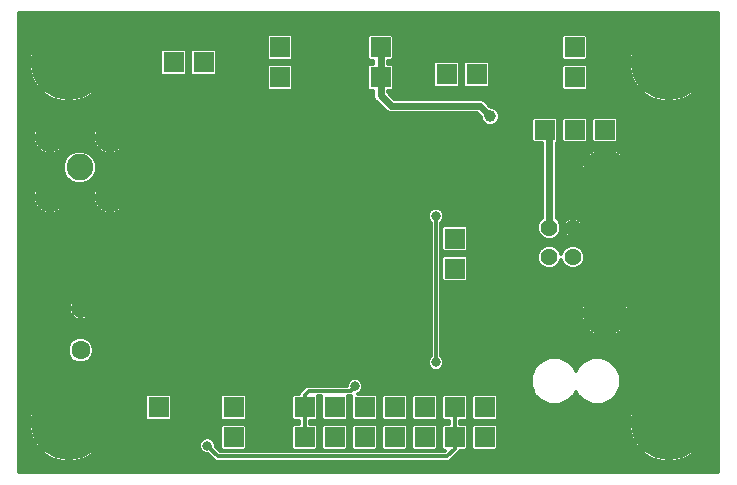
<source format=gbr>
G75*
%MOIN*%
%OFA0B0*%
%FSLAX24Y24*%
%IPPOS*%
%LPD*%
%AMOC8*
5,1,8,0,0,1.08239X$1,22.5*
%
%ADD10C,0.0562*%
%ADD11C,0.1500*%
%ADD12R,0.0650X0.0650*%
%ADD13C,0.1004*%
%ADD14C,0.0886*%
%ADD15C,0.2540*%
%ADD16OC8,0.0630*%
%ADD17C,0.0630*%
%ADD18C,0.0120*%
%ADD19C,0.0317*%
%ADD20C,0.0240*%
%ADD21C,0.0396*%
D10*
X026858Y007793D03*
X027645Y007793D03*
X027645Y008777D03*
X026858Y008777D03*
D11*
X028708Y010647D03*
X028708Y005923D03*
D12*
X025708Y002785D03*
X024708Y002785D03*
X023708Y002785D03*
X022708Y002785D03*
X021708Y002785D03*
X020708Y002785D03*
X019708Y002785D03*
X018708Y002785D03*
X018708Y001785D03*
X019708Y001785D03*
X020708Y001785D03*
X021708Y001785D03*
X022708Y001785D03*
X023708Y001785D03*
X024708Y001785D03*
X025708Y001785D03*
X017333Y001785D03*
X016333Y001785D03*
X016333Y002785D03*
X017333Y002785D03*
X013833Y002785D03*
X013833Y001785D03*
X023708Y007410D03*
X023708Y008410D03*
X026708Y012035D03*
X027708Y012035D03*
X028708Y012035D03*
X028708Y013785D03*
X027708Y013785D03*
X026708Y013785D03*
X026708Y014785D03*
X027708Y014785D03*
X028708Y014785D03*
X025433Y013885D03*
X024433Y013885D03*
X023433Y013885D03*
X022233Y013785D03*
X021233Y013785D03*
X020233Y013785D03*
X020233Y014785D03*
X021233Y014785D03*
X022233Y014785D03*
X018883Y014785D03*
X017883Y014785D03*
X016883Y014785D03*
X016883Y013785D03*
X017883Y013785D03*
X018883Y013785D03*
X015333Y014285D03*
X014333Y014285D03*
X013333Y014285D03*
D13*
X012208Y011785D03*
X010208Y011785D03*
X010208Y009785D03*
X012208Y009785D03*
D14*
X011208Y010785D03*
D15*
X010833Y014285D03*
X010833Y002285D03*
X030833Y002285D03*
X030833Y014285D03*
D16*
X011233Y006085D03*
D17*
X011233Y004685D03*
D18*
X009193Y000645D02*
X009193Y015925D01*
X032473Y015925D01*
X032473Y000645D01*
X009193Y000645D01*
X009193Y000759D02*
X032473Y000759D01*
X032473Y000878D02*
X009193Y000878D01*
X009193Y000996D02*
X010500Y000996D01*
X010509Y000993D02*
X010638Y000968D01*
X010768Y000955D01*
X010773Y000955D01*
X010773Y002225D01*
X010893Y002225D01*
X010893Y002345D01*
X012163Y002345D01*
X012163Y002350D01*
X012150Y002480D01*
X012125Y002609D01*
X012087Y002734D01*
X012037Y002854D01*
X011975Y002970D01*
X011902Y003078D01*
X011820Y003179D01*
X011727Y003272D01*
X011626Y003355D01*
X011518Y003427D01*
X011402Y003489D01*
X011282Y003539D01*
X011156Y003577D01*
X011028Y003602D01*
X010898Y003615D01*
X010893Y003615D01*
X010893Y002345D01*
X010773Y002345D01*
X010773Y003615D01*
X010768Y003615D01*
X010638Y003602D01*
X010509Y003577D01*
X010384Y003539D01*
X010264Y003489D01*
X010148Y003427D01*
X010040Y003355D01*
X009939Y003272D01*
X009846Y003179D01*
X009763Y003078D01*
X009691Y002970D01*
X009629Y002854D01*
X009579Y002734D01*
X009541Y002609D01*
X009516Y002480D01*
X009503Y002350D01*
X009503Y002345D01*
X010773Y002345D01*
X010773Y002225D01*
X009503Y002225D01*
X009503Y002220D01*
X009516Y002090D01*
X009541Y001961D01*
X009579Y001836D01*
X009629Y001716D01*
X009691Y001600D01*
X009763Y001492D01*
X009846Y001391D01*
X009939Y001298D01*
X010040Y001215D01*
X010148Y001143D01*
X010264Y001081D01*
X010384Y001031D01*
X010509Y000993D01*
X010773Y000996D02*
X010893Y000996D01*
X010893Y000955D02*
X010898Y000955D01*
X011028Y000968D01*
X011156Y000993D01*
X011282Y001031D01*
X011402Y001081D01*
X011518Y001143D01*
X011626Y001215D01*
X011727Y001298D01*
X011820Y001391D01*
X011902Y001492D01*
X011975Y001600D01*
X012037Y001716D01*
X012087Y001836D01*
X012125Y001961D01*
X012150Y002090D01*
X012163Y002220D01*
X012163Y002225D01*
X010893Y002225D01*
X010893Y000955D01*
X010893Y001115D02*
X010773Y001115D01*
X010773Y001233D02*
X010893Y001233D01*
X010893Y001352D02*
X010773Y001352D01*
X010773Y001470D02*
X010893Y001470D01*
X010893Y001589D02*
X010773Y001589D01*
X010773Y001707D02*
X010893Y001707D01*
X010893Y001826D02*
X010773Y001826D01*
X010773Y001944D02*
X010893Y001944D01*
X010893Y002063D02*
X010773Y002063D01*
X010773Y002181D02*
X010893Y002181D01*
X010893Y002300D02*
X018528Y002300D01*
X018528Y002340D02*
X018528Y002230D01*
X018333Y002230D01*
X018263Y002160D01*
X018263Y001410D01*
X018333Y001340D01*
X019083Y001340D01*
X019153Y001410D01*
X019153Y002160D01*
X019083Y002230D01*
X018888Y002230D01*
X018888Y002340D01*
X019083Y002340D01*
X019153Y002410D01*
X019153Y003155D01*
X019263Y003155D01*
X019263Y002410D01*
X019333Y002340D01*
X020083Y002340D01*
X020153Y002410D01*
X020153Y003155D01*
X020263Y003155D01*
X020263Y002410D01*
X020333Y002340D01*
X021083Y002340D01*
X021153Y002410D01*
X021153Y003160D01*
X021083Y003230D01*
X020496Y003230D01*
X020541Y003249D01*
X020619Y003327D01*
X020662Y003430D01*
X020662Y003540D01*
X020619Y003643D01*
X020541Y003721D01*
X020438Y003764D01*
X020327Y003764D01*
X020225Y003721D01*
X020147Y003643D01*
X020104Y003540D01*
X020104Y003515D01*
X018758Y003515D01*
X018653Y003410D01*
X018528Y003285D01*
X018528Y003230D01*
X018333Y003230D01*
X018263Y003160D01*
X018263Y002410D01*
X018333Y002340D01*
X018528Y002340D01*
X018263Y002418D02*
X017701Y002418D01*
X017709Y002426D02*
X017718Y002448D01*
X017718Y002757D01*
X017360Y002757D01*
X017360Y002400D01*
X017670Y002400D01*
X017692Y002409D01*
X017709Y002426D01*
X017718Y002537D02*
X018263Y002537D01*
X018263Y002655D02*
X017718Y002655D01*
X017718Y002813D02*
X017360Y002813D01*
X017305Y002813D01*
X017305Y003170D01*
X016996Y003170D01*
X016974Y003161D01*
X016957Y003144D01*
X016948Y003122D01*
X016948Y002813D01*
X017305Y002813D01*
X017305Y002757D01*
X017360Y002757D01*
X017360Y002813D01*
X017360Y003170D01*
X017670Y003170D01*
X017692Y003161D01*
X017709Y003144D01*
X017718Y003122D01*
X017718Y002813D01*
X017718Y002892D02*
X018263Y002892D01*
X018263Y002774D02*
X017360Y002774D01*
X017305Y002774D02*
X016778Y002774D01*
X016778Y002892D02*
X016948Y002892D01*
X016948Y003011D02*
X016778Y003011D01*
X016778Y003129D02*
X016951Y003129D01*
X016778Y003160D02*
X016708Y003230D01*
X015958Y003230D01*
X015888Y003160D01*
X015888Y002410D01*
X015958Y002340D01*
X016708Y002340D01*
X016778Y002410D01*
X016778Y003160D01*
X017305Y003129D02*
X017360Y003129D01*
X017360Y003011D02*
X017305Y003011D01*
X017305Y002892D02*
X017360Y002892D01*
X017305Y002757D02*
X016948Y002757D01*
X016948Y002448D01*
X016957Y002426D01*
X016974Y002409D01*
X016996Y002400D01*
X017305Y002400D01*
X017305Y002757D01*
X017305Y002655D02*
X017360Y002655D01*
X017360Y002537D02*
X017305Y002537D01*
X017305Y002418D02*
X017360Y002418D01*
X017360Y002170D02*
X017670Y002170D01*
X017692Y002161D01*
X017709Y002144D01*
X017718Y002122D01*
X017718Y001813D01*
X017360Y001813D01*
X017305Y001813D01*
X017305Y002170D01*
X016996Y002170D01*
X016974Y002161D01*
X016957Y002144D01*
X016948Y002122D01*
X016948Y001813D01*
X017305Y001813D01*
X017305Y001757D01*
X017360Y001757D01*
X017360Y001400D01*
X017670Y001400D01*
X017692Y001409D01*
X017709Y001426D01*
X017718Y001448D01*
X017718Y001757D01*
X017360Y001757D01*
X017360Y001813D01*
X017360Y002170D01*
X017360Y002063D02*
X017305Y002063D01*
X017305Y001944D02*
X017360Y001944D01*
X017360Y001826D02*
X017305Y001826D01*
X017305Y001757D02*
X016948Y001757D01*
X016948Y001448D01*
X016957Y001426D01*
X016974Y001409D01*
X016996Y001400D01*
X017305Y001400D01*
X017305Y001757D01*
X017305Y001707D02*
X017360Y001707D01*
X017360Y001589D02*
X017305Y001589D01*
X017305Y001470D02*
X017360Y001470D01*
X017718Y001470D02*
X018263Y001470D01*
X018263Y001589D02*
X017718Y001589D01*
X017718Y001707D02*
X018263Y001707D01*
X018263Y001826D02*
X017718Y001826D01*
X017718Y001944D02*
X018263Y001944D01*
X018263Y002063D02*
X017718Y002063D01*
X018284Y002181D02*
X016757Y002181D01*
X016778Y002160D02*
X016708Y002230D01*
X015958Y002230D01*
X015888Y002160D01*
X015888Y001410D01*
X015958Y001340D01*
X016708Y001340D01*
X016778Y001410D01*
X016778Y002160D01*
X016778Y002063D02*
X016948Y002063D01*
X016948Y001944D02*
X016778Y001944D01*
X016778Y001826D02*
X016948Y001826D01*
X016948Y001707D02*
X016778Y001707D01*
X016778Y001589D02*
X016948Y001589D01*
X016948Y001470D02*
X016778Y001470D01*
X016719Y001352D02*
X018322Y001352D01*
X018708Y001785D02*
X018708Y002785D01*
X018708Y003210D01*
X018833Y003335D01*
X020233Y003335D01*
X020383Y003485D01*
X020662Y003485D02*
X026249Y003485D01*
X026241Y003503D02*
X026362Y003212D01*
X026585Y002989D01*
X026875Y002869D01*
X027190Y002869D01*
X027481Y002989D01*
X027704Y003212D01*
X027745Y003312D01*
X027787Y003212D01*
X028010Y002989D01*
X028300Y002869D01*
X028615Y002869D01*
X028906Y002989D01*
X029129Y003212D01*
X029249Y003503D01*
X029249Y003817D01*
X029129Y004108D01*
X028906Y004331D01*
X028615Y004451D01*
X028300Y004451D01*
X028010Y004331D01*
X027787Y004108D01*
X027745Y004008D01*
X027704Y004108D01*
X027481Y004331D01*
X027190Y004451D01*
X026875Y004451D01*
X026585Y004331D01*
X026362Y004108D01*
X026241Y003817D01*
X026241Y003503D01*
X026241Y003603D02*
X020636Y003603D01*
X020540Y003722D02*
X026241Y003722D01*
X026251Y003840D02*
X009193Y003840D01*
X009193Y003722D02*
X020226Y003722D01*
X020130Y003603D02*
X011020Y003603D01*
X010893Y003603D02*
X010773Y003603D01*
X010773Y003485D02*
X010893Y003485D01*
X010893Y003366D02*
X010773Y003366D01*
X010773Y003248D02*
X010893Y003248D01*
X010893Y003129D02*
X010773Y003129D01*
X010773Y003011D02*
X010893Y003011D01*
X010893Y002892D02*
X010773Y002892D01*
X010773Y002774D02*
X010893Y002774D01*
X010893Y002655D02*
X010773Y002655D01*
X010773Y002537D02*
X010893Y002537D01*
X010893Y002418D02*
X010773Y002418D01*
X010773Y002300D02*
X009193Y002300D01*
X009193Y002418D02*
X009510Y002418D01*
X009527Y002537D02*
X009193Y002537D01*
X009193Y002655D02*
X009555Y002655D01*
X009596Y002774D02*
X009193Y002774D01*
X009193Y002892D02*
X009649Y002892D01*
X009718Y003011D02*
X009193Y003011D01*
X009193Y003129D02*
X009805Y003129D01*
X009915Y003248D02*
X009193Y003248D01*
X009193Y003366D02*
X010057Y003366D01*
X010256Y003485D02*
X009193Y003485D01*
X009193Y003603D02*
X010646Y003603D01*
X011410Y003485D02*
X018728Y003485D01*
X018609Y003366D02*
X011609Y003366D01*
X011751Y003248D02*
X018528Y003248D01*
X018263Y003129D02*
X017715Y003129D01*
X017718Y003011D02*
X018263Y003011D01*
X019153Y003011D02*
X019263Y003011D01*
X019263Y003129D02*
X019153Y003129D01*
X019153Y002892D02*
X019263Y002892D01*
X019263Y002774D02*
X019153Y002774D01*
X019153Y002655D02*
X019263Y002655D01*
X019263Y002537D02*
X019153Y002537D01*
X019153Y002418D02*
X019263Y002418D01*
X019333Y002230D02*
X019263Y002160D01*
X019263Y001410D01*
X019333Y001340D01*
X020083Y001340D01*
X020153Y001410D01*
X020153Y002160D01*
X020083Y002230D01*
X019333Y002230D01*
X019284Y002181D02*
X019132Y002181D01*
X019153Y002063D02*
X019263Y002063D01*
X019263Y001944D02*
X019153Y001944D01*
X019153Y001826D02*
X019263Y001826D01*
X019263Y001707D02*
X019153Y001707D01*
X019153Y001589D02*
X019263Y001589D01*
X019263Y001470D02*
X019153Y001470D01*
X019094Y001352D02*
X019322Y001352D01*
X020094Y001352D02*
X020322Y001352D01*
X020333Y001340D02*
X021083Y001340D01*
X021153Y001410D01*
X021153Y002160D01*
X021083Y002230D01*
X020333Y002230D01*
X020263Y002160D01*
X020263Y001410D01*
X020333Y001340D01*
X020263Y001470D02*
X020153Y001470D01*
X020153Y001589D02*
X020263Y001589D01*
X020263Y001707D02*
X020153Y001707D01*
X020153Y001826D02*
X020263Y001826D01*
X020263Y001944D02*
X020153Y001944D01*
X020153Y002063D02*
X020263Y002063D01*
X020284Y002181D02*
X020132Y002181D01*
X020153Y002418D02*
X020263Y002418D01*
X020263Y002537D02*
X020153Y002537D01*
X020153Y002655D02*
X020263Y002655D01*
X020263Y002774D02*
X020153Y002774D01*
X020153Y002892D02*
X020263Y002892D01*
X020263Y003011D02*
X020153Y003011D01*
X020153Y003129D02*
X020263Y003129D01*
X020538Y003248D02*
X026347Y003248D01*
X026298Y003366D02*
X020635Y003366D01*
X021153Y003129D02*
X021263Y003129D01*
X021263Y003160D02*
X021263Y002410D01*
X021333Y002340D01*
X022083Y002340D01*
X022153Y002410D01*
X022153Y003160D01*
X022083Y003230D01*
X021333Y003230D01*
X021263Y003160D01*
X021263Y003011D02*
X021153Y003011D01*
X021153Y002892D02*
X021263Y002892D01*
X021263Y002774D02*
X021153Y002774D01*
X021153Y002655D02*
X021263Y002655D01*
X021263Y002537D02*
X021153Y002537D01*
X021153Y002418D02*
X021263Y002418D01*
X021333Y002230D02*
X021263Y002160D01*
X021263Y001410D01*
X021333Y001340D01*
X022083Y001340D01*
X022153Y001410D01*
X022153Y002160D01*
X022083Y002230D01*
X021333Y002230D01*
X021284Y002181D02*
X021132Y002181D01*
X021153Y002063D02*
X021263Y002063D01*
X021263Y001944D02*
X021153Y001944D01*
X021153Y001826D02*
X021263Y001826D01*
X021263Y001707D02*
X021153Y001707D01*
X021153Y001589D02*
X021263Y001589D01*
X021263Y001470D02*
X021153Y001470D01*
X021094Y001352D02*
X021322Y001352D01*
X022094Y001352D02*
X022322Y001352D01*
X022333Y001340D02*
X023083Y001340D01*
X023153Y001410D01*
X023153Y002160D01*
X023083Y002230D01*
X022333Y002230D01*
X022263Y002160D01*
X022263Y001410D01*
X022333Y001340D01*
X022263Y001470D02*
X022153Y001470D01*
X022153Y001589D02*
X022263Y001589D01*
X022263Y001707D02*
X022153Y001707D01*
X022153Y001826D02*
X022263Y001826D01*
X022263Y001944D02*
X022153Y001944D01*
X022153Y002063D02*
X022263Y002063D01*
X022284Y002181D02*
X022132Y002181D01*
X022153Y002418D02*
X022263Y002418D01*
X022263Y002410D02*
X022333Y002340D01*
X023083Y002340D01*
X023153Y002410D01*
X023153Y003160D01*
X023083Y003230D01*
X022333Y003230D01*
X022263Y003160D01*
X022263Y002410D01*
X022263Y002537D02*
X022153Y002537D01*
X022153Y002655D02*
X022263Y002655D01*
X022263Y002774D02*
X022153Y002774D01*
X022153Y002892D02*
X022263Y002892D01*
X022263Y003011D02*
X022153Y003011D01*
X022153Y003129D02*
X022263Y003129D01*
X023153Y003129D02*
X023263Y003129D01*
X023263Y003160D02*
X023263Y002410D01*
X023333Y002340D01*
X023528Y002340D01*
X023528Y002230D01*
X023333Y002230D01*
X023263Y002160D01*
X023263Y001410D01*
X023333Y001340D01*
X023383Y001340D01*
X015882Y001340D01*
X015737Y001486D01*
X015737Y001565D01*
X015694Y001668D01*
X015616Y001746D01*
X015513Y001789D01*
X015402Y001789D01*
X015300Y001746D01*
X015222Y001668D01*
X015179Y001565D01*
X015179Y001455D01*
X015222Y001352D01*
X015300Y001274D01*
X015402Y001231D01*
X015482Y001231D01*
X015628Y001085D01*
X015733Y000980D01*
X023532Y000980D01*
X023782Y001230D01*
X023888Y001335D01*
X023888Y001340D01*
X024083Y001340D01*
X024153Y001410D01*
X024153Y002160D01*
X024083Y002230D01*
X023888Y002230D01*
X023888Y002340D01*
X024083Y002340D01*
X024153Y002410D01*
X024153Y003160D01*
X024083Y003230D01*
X023333Y003230D01*
X023263Y003160D01*
X023263Y003011D02*
X023153Y003011D01*
X023153Y002892D02*
X023263Y002892D01*
X023263Y002774D02*
X023153Y002774D01*
X023153Y002655D02*
X023263Y002655D01*
X023263Y002537D02*
X023153Y002537D01*
X023153Y002418D02*
X023263Y002418D01*
X023284Y002181D02*
X023132Y002181D01*
X023153Y002063D02*
X023263Y002063D01*
X023263Y001944D02*
X023153Y001944D01*
X023153Y001826D02*
X023263Y001826D01*
X023263Y001707D02*
X023153Y001707D01*
X023153Y001589D02*
X023263Y001589D01*
X023263Y001470D02*
X023153Y001470D01*
X023094Y001352D02*
X023322Y001352D01*
X023383Y001340D02*
X023383Y001340D01*
X023458Y001160D02*
X023708Y001410D01*
X023708Y001785D01*
X023708Y002785D01*
X024153Y002774D02*
X024263Y002774D01*
X024263Y002892D02*
X024153Y002892D01*
X024153Y003011D02*
X024263Y003011D01*
X024263Y003129D02*
X024153Y003129D01*
X024263Y003160D02*
X024263Y002410D01*
X024333Y002340D01*
X025083Y002340D01*
X025153Y002410D01*
X025153Y003160D01*
X025083Y003230D01*
X024333Y003230D01*
X024263Y003160D01*
X024263Y002655D02*
X024153Y002655D01*
X024153Y002537D02*
X024263Y002537D01*
X024263Y002418D02*
X024153Y002418D01*
X024132Y002181D02*
X024284Y002181D01*
X024263Y002160D02*
X024263Y001410D01*
X024333Y001340D01*
X025083Y001340D01*
X025153Y001410D01*
X025153Y002160D01*
X025083Y002230D01*
X024333Y002230D01*
X024263Y002160D01*
X024263Y002063D02*
X024153Y002063D01*
X024153Y001944D02*
X024263Y001944D01*
X024263Y001826D02*
X024153Y001826D01*
X024153Y001707D02*
X024263Y001707D01*
X024263Y001589D02*
X024153Y001589D01*
X024153Y001470D02*
X024263Y001470D01*
X024322Y001352D02*
X024094Y001352D01*
X023785Y001233D02*
X030018Y001233D01*
X030040Y001215D02*
X030148Y001143D01*
X030264Y001081D01*
X030384Y001031D01*
X030509Y000993D01*
X030638Y000968D01*
X030768Y000955D01*
X030773Y000955D01*
X030773Y002225D01*
X030893Y002225D01*
X030893Y002345D01*
X032163Y002345D01*
X032163Y002350D01*
X032150Y002480D01*
X032125Y002609D01*
X032087Y002734D01*
X032037Y002854D01*
X031975Y002970D01*
X031902Y003078D01*
X031820Y003179D01*
X031727Y003272D01*
X031626Y003355D01*
X031518Y003427D01*
X031402Y003489D01*
X031282Y003539D01*
X031156Y003577D01*
X031028Y003602D01*
X030898Y003615D01*
X030893Y003615D01*
X030893Y002345D01*
X030773Y002345D01*
X030773Y003615D01*
X030768Y003615D01*
X030638Y003602D01*
X030509Y003577D01*
X030384Y003539D01*
X030264Y003489D01*
X030148Y003427D01*
X030040Y003355D01*
X029939Y003272D01*
X029846Y003179D01*
X029763Y003078D01*
X029691Y002970D01*
X029629Y002854D01*
X029579Y002734D01*
X029541Y002609D01*
X029516Y002480D01*
X029503Y002350D01*
X029503Y002345D01*
X030773Y002345D01*
X030773Y002225D01*
X029503Y002225D01*
X029503Y002220D01*
X029516Y002090D01*
X029541Y001961D01*
X029579Y001836D01*
X029629Y001716D01*
X029691Y001600D01*
X029763Y001492D01*
X029846Y001391D01*
X029939Y001298D01*
X030040Y001215D01*
X030201Y001115D02*
X023667Y001115D01*
X023548Y000996D02*
X030500Y000996D01*
X030773Y000996D02*
X030893Y000996D01*
X030893Y000955D02*
X030898Y000955D01*
X031028Y000968D01*
X031156Y000993D01*
X031282Y001031D01*
X031402Y001081D01*
X031518Y001143D01*
X031626Y001215D01*
X031727Y001298D01*
X031820Y001391D01*
X031902Y001492D01*
X031975Y001600D01*
X032037Y001716D01*
X032087Y001836D01*
X032125Y001961D01*
X032150Y002090D01*
X032163Y002220D01*
X032163Y002225D01*
X030893Y002225D01*
X030893Y000955D01*
X030893Y001115D02*
X030773Y001115D01*
X030773Y001233D02*
X030893Y001233D01*
X030893Y001352D02*
X030773Y001352D01*
X030773Y001470D02*
X030893Y001470D01*
X030893Y001589D02*
X030773Y001589D01*
X030773Y001707D02*
X030893Y001707D01*
X030893Y001826D02*
X030773Y001826D01*
X030773Y001944D02*
X030893Y001944D01*
X030893Y002063D02*
X030773Y002063D01*
X030773Y002181D02*
X030893Y002181D01*
X030893Y002300D02*
X032473Y002300D01*
X032473Y002418D02*
X032156Y002418D01*
X032139Y002537D02*
X032473Y002537D01*
X032473Y002655D02*
X032111Y002655D01*
X032070Y002774D02*
X032473Y002774D01*
X032473Y002892D02*
X032017Y002892D01*
X031948Y003011D02*
X032473Y003011D01*
X032473Y003129D02*
X031861Y003129D01*
X031751Y003248D02*
X032473Y003248D01*
X032473Y003366D02*
X031609Y003366D01*
X031410Y003485D02*
X032473Y003485D01*
X032473Y003603D02*
X031020Y003603D01*
X030893Y003603D02*
X030773Y003603D01*
X030773Y003485D02*
X030893Y003485D01*
X030893Y003366D02*
X030773Y003366D01*
X030773Y003248D02*
X030893Y003248D01*
X030893Y003129D02*
X030773Y003129D01*
X030773Y003011D02*
X030893Y003011D01*
X030893Y002892D02*
X030773Y002892D01*
X030773Y002774D02*
X030893Y002774D01*
X030893Y002655D02*
X030773Y002655D01*
X030773Y002537D02*
X030893Y002537D01*
X030893Y002418D02*
X030773Y002418D01*
X030773Y002300D02*
X023888Y002300D01*
X023528Y002300D02*
X018888Y002300D01*
X016965Y002418D02*
X016778Y002418D01*
X016778Y002537D02*
X016948Y002537D01*
X016948Y002655D02*
X016778Y002655D01*
X015888Y002655D02*
X014278Y002655D01*
X014278Y002537D02*
X015888Y002537D01*
X015888Y002418D02*
X014278Y002418D01*
X014278Y002410D02*
X014208Y002340D01*
X013458Y002340D01*
X013388Y002410D01*
X013388Y003160D01*
X013458Y003230D01*
X014208Y003230D01*
X014278Y003160D01*
X014278Y002410D01*
X014170Y002170D02*
X013860Y002170D01*
X013860Y001813D01*
X013805Y001813D01*
X013805Y002170D01*
X013496Y002170D01*
X013474Y002161D01*
X013457Y002144D01*
X013448Y002122D01*
X013448Y001813D01*
X013805Y001813D01*
X013805Y001757D01*
X013860Y001757D01*
X013860Y001400D01*
X014170Y001400D01*
X014192Y001409D01*
X014209Y001426D01*
X014218Y001448D01*
X014218Y001757D01*
X013860Y001757D01*
X013860Y001813D01*
X014218Y001813D01*
X014218Y002122D01*
X014209Y002144D01*
X014192Y002161D01*
X014170Y002170D01*
X014218Y002063D02*
X015888Y002063D01*
X015888Y001944D02*
X014218Y001944D01*
X014218Y001826D02*
X015888Y001826D01*
X015888Y001707D02*
X015655Y001707D01*
X015727Y001589D02*
X015888Y001589D01*
X015888Y001470D02*
X015752Y001470D01*
X015871Y001352D02*
X015947Y001352D01*
X015808Y001160D02*
X015458Y001510D01*
X015261Y001707D02*
X014218Y001707D01*
X014218Y001589D02*
X015189Y001589D01*
X015179Y001470D02*
X014218Y001470D01*
X013860Y001470D02*
X013805Y001470D01*
X013805Y001400D02*
X013496Y001400D01*
X013474Y001409D01*
X013457Y001426D01*
X013448Y001448D01*
X013448Y001757D01*
X013805Y001757D01*
X013805Y001400D01*
X013805Y001589D02*
X013860Y001589D01*
X013860Y001707D02*
X013805Y001707D01*
X013805Y001826D02*
X013860Y001826D01*
X013860Y001944D02*
X013805Y001944D01*
X013805Y002063D02*
X013860Y002063D01*
X013448Y002063D02*
X012145Y002063D01*
X012159Y002181D02*
X015909Y002181D01*
X015888Y002774D02*
X014278Y002774D01*
X014278Y002892D02*
X015888Y002892D01*
X015888Y003011D02*
X014278Y003011D01*
X014278Y003129D02*
X015888Y003129D01*
X013388Y003129D02*
X011861Y003129D01*
X011948Y003011D02*
X013388Y003011D01*
X013388Y002892D02*
X012017Y002892D01*
X012070Y002774D02*
X013388Y002774D01*
X013388Y002655D02*
X012111Y002655D01*
X012139Y002537D02*
X013388Y002537D01*
X013388Y002418D02*
X012156Y002418D01*
X012119Y001944D02*
X013448Y001944D01*
X013448Y001826D02*
X012082Y001826D01*
X012032Y001707D02*
X013448Y001707D01*
X013448Y001589D02*
X011967Y001589D01*
X011885Y001470D02*
X013448Y001470D01*
X011780Y001352D02*
X015222Y001352D01*
X015398Y001233D02*
X011648Y001233D01*
X011464Y001115D02*
X015599Y001115D01*
X015717Y000996D02*
X011165Y000996D01*
X010201Y001115D02*
X009193Y001115D01*
X009193Y001233D02*
X010018Y001233D01*
X009886Y001352D02*
X009193Y001352D01*
X009193Y001470D02*
X009781Y001470D01*
X009699Y001589D02*
X009193Y001589D01*
X009193Y001707D02*
X009634Y001707D01*
X009584Y001826D02*
X009193Y001826D01*
X009193Y001944D02*
X009547Y001944D01*
X009521Y002063D02*
X009193Y002063D01*
X009193Y002181D02*
X009507Y002181D01*
X009193Y003959D02*
X026300Y003959D01*
X026349Y004077D02*
X023269Y004077D01*
X023241Y004049D02*
X023319Y004127D01*
X023362Y004230D01*
X023362Y004340D01*
X023319Y004443D01*
X023263Y004499D01*
X023263Y008946D01*
X023319Y009002D01*
X023362Y009105D01*
X023362Y009215D01*
X023319Y009318D01*
X023241Y009396D01*
X023138Y009439D01*
X023027Y009439D01*
X022925Y009396D01*
X022847Y009318D01*
X022804Y009215D01*
X022804Y009105D01*
X022847Y009002D01*
X022903Y008946D01*
X022903Y004499D01*
X022847Y004443D01*
X022804Y004340D01*
X022804Y004230D01*
X022847Y004127D01*
X022925Y004049D01*
X023027Y004006D01*
X023138Y004006D01*
X023241Y004049D01*
X023348Y004196D02*
X026449Y004196D01*
X026568Y004314D02*
X023362Y004314D01*
X023324Y004433D02*
X026830Y004433D01*
X027236Y004433D02*
X028255Y004433D01*
X027993Y004314D02*
X027498Y004314D01*
X027617Y004196D02*
X027874Y004196D01*
X027774Y004077D02*
X027717Y004077D01*
X028661Y004433D02*
X032473Y004433D01*
X032473Y004551D02*
X023263Y004551D01*
X023263Y004670D02*
X032473Y004670D01*
X032473Y004788D02*
X023263Y004788D01*
X023263Y004907D02*
X032473Y004907D01*
X032473Y005025D02*
X023263Y005025D01*
X023263Y005144D02*
X028487Y005144D01*
X028447Y005154D02*
X028550Y005127D01*
X028648Y005114D01*
X028648Y005863D01*
X027899Y005863D01*
X027912Y005764D01*
X027939Y005662D01*
X027980Y005564D01*
X028033Y005472D01*
X028098Y005388D01*
X028173Y005312D01*
X028257Y005248D01*
X028349Y005195D01*
X028447Y005154D01*
X028648Y005144D02*
X028768Y005144D01*
X028768Y005114D02*
X028866Y005127D01*
X028969Y005154D01*
X029067Y005195D01*
X029159Y005248D01*
X029243Y005312D01*
X029318Y005388D01*
X029383Y005472D01*
X029436Y005564D01*
X029477Y005662D01*
X029504Y005764D01*
X029517Y005863D01*
X028768Y005863D01*
X028768Y005983D01*
X028648Y005983D01*
X028648Y006732D01*
X028550Y006719D01*
X028447Y006691D01*
X028349Y006651D01*
X028257Y006598D01*
X028173Y006533D01*
X028098Y006458D01*
X028033Y006374D01*
X027980Y006282D01*
X027939Y006184D01*
X027912Y006081D01*
X027899Y005983D01*
X028648Y005983D01*
X028648Y005863D01*
X028768Y005863D01*
X028768Y005114D01*
X028768Y005262D02*
X028648Y005262D01*
X028648Y005381D02*
X028768Y005381D01*
X028768Y005499D02*
X028648Y005499D01*
X028648Y005618D02*
X028768Y005618D01*
X028768Y005736D02*
X028648Y005736D01*
X028648Y005855D02*
X028768Y005855D01*
X028768Y005973D02*
X032473Y005973D01*
X032473Y005855D02*
X029516Y005855D01*
X029496Y005736D02*
X032473Y005736D01*
X032473Y005618D02*
X029458Y005618D01*
X029399Y005499D02*
X032473Y005499D01*
X032473Y005381D02*
X029311Y005381D01*
X029177Y005262D02*
X032473Y005262D01*
X032473Y005144D02*
X028929Y005144D01*
X028239Y005262D02*
X023263Y005262D01*
X023263Y005381D02*
X028105Y005381D01*
X028017Y005499D02*
X023263Y005499D01*
X023263Y005618D02*
X027958Y005618D01*
X027919Y005736D02*
X023263Y005736D01*
X023263Y005855D02*
X027900Y005855D01*
X027915Y006092D02*
X023263Y006092D01*
X023263Y006210D02*
X027950Y006210D01*
X028007Y006329D02*
X023263Y006329D01*
X023263Y006447D02*
X028089Y006447D01*
X028215Y006566D02*
X023263Y006566D01*
X023263Y006684D02*
X028429Y006684D01*
X028648Y006684D02*
X028768Y006684D01*
X028768Y006732D02*
X028768Y005983D01*
X029517Y005983D01*
X029504Y006081D01*
X029477Y006184D01*
X029436Y006282D01*
X029383Y006374D01*
X029318Y006458D01*
X029243Y006533D01*
X029159Y006598D01*
X029067Y006651D01*
X028969Y006691D01*
X028866Y006719D01*
X028768Y006732D01*
X028768Y006566D02*
X028648Y006566D01*
X028648Y006447D02*
X028768Y006447D01*
X028768Y006329D02*
X028648Y006329D01*
X028648Y006210D02*
X028768Y006210D01*
X028768Y006092D02*
X028648Y006092D01*
X028648Y005973D02*
X023263Y005973D01*
X022903Y005973D02*
X011608Y005973D01*
X011608Y005930D02*
X011608Y006065D01*
X011253Y006065D01*
X011253Y006105D01*
X011608Y006105D01*
X011608Y006240D01*
X011388Y006460D01*
X011253Y006460D01*
X011253Y006105D01*
X011213Y006105D01*
X011213Y006460D01*
X011078Y006460D01*
X010858Y006240D01*
X010858Y006105D01*
X011213Y006105D01*
X011213Y006065D01*
X011253Y006065D01*
X011253Y005710D01*
X011388Y005710D01*
X011608Y005930D01*
X011533Y005855D02*
X022903Y005855D01*
X022903Y005736D02*
X011414Y005736D01*
X011253Y005736D02*
X011213Y005736D01*
X011213Y005710D02*
X011213Y006065D01*
X010858Y006065D01*
X010858Y005930D01*
X011078Y005710D01*
X011213Y005710D01*
X011213Y005855D02*
X011253Y005855D01*
X011253Y005973D02*
X011213Y005973D01*
X011213Y006092D02*
X009193Y006092D01*
X009193Y006210D02*
X010858Y006210D01*
X010946Y006329D02*
X009193Y006329D01*
X009193Y006447D02*
X011065Y006447D01*
X011213Y006447D02*
X011253Y006447D01*
X011253Y006329D02*
X011213Y006329D01*
X011213Y006210D02*
X011253Y006210D01*
X011253Y006092D02*
X022903Y006092D01*
X022903Y006210D02*
X011608Y006210D01*
X011520Y006329D02*
X022903Y006329D01*
X022903Y006447D02*
X011401Y006447D01*
X010858Y005973D02*
X009193Y005973D01*
X009193Y005855D02*
X010933Y005855D01*
X011052Y005736D02*
X009193Y005736D01*
X009193Y005618D02*
X022903Y005618D01*
X022903Y005499D02*
X009193Y005499D01*
X009193Y005381D02*
X022903Y005381D01*
X022903Y005262D02*
X009193Y005262D01*
X009193Y005144D02*
X022903Y005144D01*
X022903Y005025D02*
X011508Y005025D01*
X011479Y005054D02*
X011319Y005120D01*
X011146Y005120D01*
X010987Y005054D01*
X010864Y004931D01*
X010798Y004772D01*
X010798Y004598D01*
X010864Y004439D01*
X010987Y004316D01*
X011146Y004250D01*
X011319Y004250D01*
X011479Y004316D01*
X011602Y004439D01*
X011668Y004598D01*
X011668Y004772D01*
X011602Y004931D01*
X011479Y005054D01*
X011612Y004907D02*
X022903Y004907D01*
X022903Y004788D02*
X011661Y004788D01*
X011668Y004670D02*
X022903Y004670D01*
X022903Y004551D02*
X011648Y004551D01*
X011596Y004433D02*
X022842Y004433D01*
X022804Y004314D02*
X011474Y004314D01*
X010992Y004314D02*
X009193Y004314D01*
X009193Y004196D02*
X022818Y004196D01*
X022897Y004077D02*
X009193Y004077D01*
X009193Y004433D02*
X010870Y004433D01*
X010818Y004551D02*
X009193Y004551D01*
X009193Y004670D02*
X010798Y004670D01*
X010805Y004788D02*
X009193Y004788D01*
X009193Y004907D02*
X010854Y004907D01*
X010958Y005025D02*
X009193Y005025D01*
X009193Y006566D02*
X022903Y006566D01*
X022903Y006684D02*
X009193Y006684D01*
X009193Y006803D02*
X022903Y006803D01*
X022903Y006921D02*
X009193Y006921D01*
X009193Y007040D02*
X022903Y007040D01*
X022903Y007158D02*
X009193Y007158D01*
X009193Y007277D02*
X022903Y007277D01*
X022903Y007395D02*
X009193Y007395D01*
X009193Y007514D02*
X022903Y007514D01*
X022903Y007632D02*
X009193Y007632D01*
X009193Y007751D02*
X022903Y007751D01*
X022903Y007869D02*
X009193Y007869D01*
X009193Y007988D02*
X022903Y007988D01*
X022903Y008106D02*
X009193Y008106D01*
X009193Y008225D02*
X022903Y008225D01*
X022903Y008343D02*
X009193Y008343D01*
X009193Y008462D02*
X022903Y008462D01*
X022903Y008580D02*
X009193Y008580D01*
X009193Y008699D02*
X022903Y008699D01*
X022903Y008817D02*
X009193Y008817D01*
X009193Y008936D02*
X022903Y008936D01*
X022825Y009054D02*
X009193Y009054D01*
X009193Y009173D02*
X022804Y009173D01*
X022836Y009291D02*
X012476Y009291D01*
X012502Y009304D02*
X012574Y009356D01*
X012637Y009419D01*
X012689Y009490D01*
X012729Y009569D01*
X012756Y009653D01*
X012767Y009725D01*
X012268Y009725D01*
X012268Y009845D01*
X012767Y009845D01*
X012756Y009917D01*
X012729Y010001D01*
X012689Y010080D01*
X012637Y010151D01*
X012574Y010214D01*
X012502Y010266D01*
X012424Y010306D01*
X012340Y010333D01*
X012268Y010344D01*
X012268Y009845D01*
X012148Y009845D01*
X012148Y010344D01*
X012076Y010333D01*
X011992Y010306D01*
X011913Y010266D01*
X011842Y010214D01*
X011779Y010151D01*
X011727Y010080D01*
X011687Y010001D01*
X011660Y009917D01*
X011648Y009845D01*
X012148Y009845D01*
X012148Y009725D01*
X012268Y009725D01*
X012268Y009226D01*
X012340Y009237D01*
X012424Y009264D01*
X012502Y009304D01*
X012627Y009410D02*
X022957Y009410D01*
X023209Y009410D02*
X026618Y009410D01*
X026618Y009528D02*
X012708Y009528D01*
X012754Y009647D02*
X026618Y009647D01*
X026618Y009765D02*
X012268Y009765D01*
X012268Y009647D02*
X012148Y009647D01*
X012148Y009725D02*
X012148Y009226D01*
X012076Y009237D01*
X011992Y009264D01*
X011913Y009304D01*
X011842Y009356D01*
X011779Y009419D01*
X011727Y009490D01*
X011687Y009569D01*
X011660Y009653D01*
X011648Y009725D01*
X012148Y009725D01*
X012148Y009765D02*
X010268Y009765D01*
X010268Y009725D02*
X010268Y009845D01*
X010767Y009845D01*
X010756Y009917D01*
X010729Y010001D01*
X010689Y010080D01*
X010637Y010151D01*
X010574Y010214D01*
X010502Y010266D01*
X010424Y010306D01*
X010340Y010333D01*
X010268Y010344D01*
X010268Y009845D01*
X010148Y009845D01*
X010148Y010344D01*
X010076Y010333D01*
X009992Y010306D01*
X009913Y010266D01*
X009842Y010214D01*
X009779Y010151D01*
X009727Y010080D01*
X009687Y010001D01*
X009660Y009917D01*
X009648Y009845D01*
X010148Y009845D01*
X010148Y009725D01*
X010268Y009725D01*
X010767Y009725D01*
X010756Y009653D01*
X010729Y009569D01*
X010689Y009490D01*
X010637Y009419D01*
X010574Y009356D01*
X010502Y009304D01*
X010424Y009264D01*
X010340Y009237D01*
X010268Y009226D01*
X010268Y009725D01*
X010268Y009647D02*
X010148Y009647D01*
X010148Y009725D02*
X010148Y009226D01*
X010076Y009237D01*
X009992Y009264D01*
X009913Y009304D01*
X009842Y009356D01*
X009779Y009419D01*
X009727Y009490D01*
X009687Y009569D01*
X009660Y009653D01*
X009648Y009725D01*
X010148Y009725D01*
X010148Y009765D02*
X009193Y009765D01*
X009193Y009647D02*
X009662Y009647D01*
X009708Y009528D02*
X009193Y009528D01*
X009193Y009410D02*
X009789Y009410D01*
X009940Y009291D02*
X009193Y009291D01*
X009193Y009884D02*
X009655Y009884D01*
X009688Y010002D02*
X009193Y010002D01*
X009193Y010121D02*
X009757Y010121D01*
X009877Y010239D02*
X009193Y010239D01*
X009193Y010358D02*
X010839Y010358D01*
X010889Y010308D02*
X011096Y010222D01*
X011320Y010222D01*
X011527Y010308D01*
X011685Y010466D01*
X011771Y010673D01*
X011771Y010897D01*
X011685Y011104D01*
X011527Y011262D01*
X011320Y011348D01*
X011096Y011348D01*
X010889Y011262D01*
X010731Y011104D01*
X010645Y010897D01*
X010645Y010673D01*
X010731Y010466D01*
X010889Y010308D01*
X011055Y010239D02*
X010539Y010239D01*
X010659Y010121D02*
X011757Y010121D01*
X011688Y010002D02*
X010728Y010002D01*
X010761Y009884D02*
X011655Y009884D01*
X011662Y009647D02*
X010754Y009647D01*
X010708Y009528D02*
X011708Y009528D01*
X011789Y009410D02*
X010627Y009410D01*
X010476Y009291D02*
X011940Y009291D01*
X012148Y009291D02*
X012268Y009291D01*
X012268Y009410D02*
X012148Y009410D01*
X012148Y009528D02*
X012268Y009528D01*
X012268Y009884D02*
X012148Y009884D01*
X012148Y010002D02*
X012268Y010002D01*
X012268Y010121D02*
X012148Y010121D01*
X012148Y010239D02*
X012268Y010239D01*
X012539Y010239D02*
X026618Y010239D01*
X026618Y010121D02*
X012659Y010121D01*
X012728Y010002D02*
X026618Y010002D01*
X026618Y009884D02*
X012761Y009884D01*
X011877Y010239D02*
X011361Y010239D01*
X011577Y010358D02*
X026618Y010358D01*
X026618Y010476D02*
X011689Y010476D01*
X011738Y010595D02*
X026618Y010595D01*
X026618Y010713D02*
X011771Y010713D01*
X011771Y010832D02*
X026618Y010832D01*
X026618Y010950D02*
X011749Y010950D01*
X011700Y011069D02*
X026618Y011069D01*
X026618Y011187D02*
X011602Y011187D01*
X011422Y011306D02*
X011912Y011306D01*
X011913Y011304D02*
X011992Y011264D01*
X012076Y011237D01*
X012148Y011226D01*
X012148Y011725D01*
X012268Y011725D01*
X012268Y011845D01*
X012767Y011845D01*
X012756Y011917D01*
X012729Y012001D01*
X012689Y012080D01*
X012637Y012151D01*
X012574Y012214D01*
X012502Y012266D01*
X012424Y012306D01*
X012340Y012333D01*
X012268Y012344D01*
X012268Y011845D01*
X012148Y011845D01*
X012148Y012344D01*
X012076Y012333D01*
X011992Y012306D01*
X011913Y012266D01*
X011842Y012214D01*
X011779Y012151D01*
X011727Y012080D01*
X011687Y012001D01*
X011660Y011917D01*
X011648Y011845D01*
X012148Y011845D01*
X012148Y011725D01*
X011648Y011725D01*
X011660Y011653D01*
X011687Y011569D01*
X011727Y011490D01*
X011779Y011419D01*
X011842Y011356D01*
X011913Y011304D01*
X011776Y011424D02*
X010640Y011424D01*
X010637Y011419D02*
X010689Y011490D01*
X010729Y011569D01*
X010756Y011653D01*
X010767Y011725D01*
X010268Y011725D01*
X010268Y011845D01*
X010767Y011845D01*
X010756Y011917D01*
X010729Y012001D01*
X010689Y012080D01*
X010637Y012151D01*
X010574Y012214D01*
X010502Y012266D01*
X010424Y012306D01*
X010340Y012333D01*
X010268Y012344D01*
X010268Y011845D01*
X010148Y011845D01*
X010148Y012344D01*
X010076Y012333D01*
X009992Y012306D01*
X009913Y012266D01*
X009842Y012214D01*
X009779Y012151D01*
X009727Y012080D01*
X009687Y012001D01*
X009660Y011917D01*
X009648Y011845D01*
X010148Y011845D01*
X010148Y011725D01*
X010268Y011725D01*
X010268Y011226D01*
X010340Y011237D01*
X010424Y011264D01*
X010502Y011304D01*
X010574Y011356D01*
X010637Y011419D01*
X010715Y011543D02*
X011701Y011543D01*
X011659Y011661D02*
X010757Y011661D01*
X010994Y011306D02*
X010504Y011306D01*
X010268Y011306D02*
X010148Y011306D01*
X010148Y011226D02*
X010148Y011725D01*
X009648Y011725D01*
X009660Y011653D01*
X009687Y011569D01*
X009727Y011490D01*
X009779Y011419D01*
X009842Y011356D01*
X009913Y011304D01*
X009992Y011264D01*
X010076Y011237D01*
X010148Y011226D01*
X010148Y011424D02*
X010268Y011424D01*
X010268Y011543D02*
X010148Y011543D01*
X010148Y011661D02*
X010268Y011661D01*
X010268Y011780D02*
X012148Y011780D01*
X012148Y011898D02*
X012268Y011898D01*
X012268Y011780D02*
X026263Y011780D01*
X026263Y011898D02*
X012759Y011898D01*
X012721Y012017D02*
X026263Y012017D01*
X026263Y012135D02*
X012648Y012135D01*
X012519Y012254D02*
X024665Y012254D01*
X024703Y012215D02*
X024613Y012305D01*
X024565Y012422D01*
X024565Y012464D01*
X024434Y012595D01*
X021535Y012595D01*
X021447Y012632D01*
X021379Y012699D01*
X021379Y012699D01*
X021097Y012982D01*
X021097Y012982D01*
X021029Y013049D01*
X020993Y013137D01*
X020993Y013340D01*
X020858Y013340D01*
X020788Y013410D01*
X020788Y014160D01*
X020858Y014230D01*
X020993Y014230D01*
X020993Y014340D01*
X020858Y014340D01*
X020788Y014410D01*
X020788Y015160D01*
X020858Y015230D01*
X021608Y015230D01*
X021678Y015160D01*
X021678Y014410D01*
X021608Y014340D01*
X021473Y014340D01*
X021473Y014230D01*
X021608Y014230D01*
X021678Y014160D01*
X021678Y013410D01*
X021608Y013340D01*
X021473Y013340D01*
X021473Y013284D01*
X021682Y013075D01*
X024581Y013075D01*
X024669Y013038D01*
X024904Y012803D01*
X024946Y012803D01*
X025063Y012755D01*
X025153Y012665D01*
X025201Y012548D01*
X025201Y012422D01*
X025153Y012305D01*
X025063Y012215D01*
X024946Y012167D01*
X024820Y012167D01*
X024703Y012215D01*
X024585Y012372D02*
X009193Y012372D01*
X009193Y012254D02*
X009897Y012254D01*
X009768Y012135D02*
X009193Y012135D01*
X009193Y012017D02*
X009695Y012017D01*
X009657Y011898D02*
X009193Y011898D01*
X009193Y011780D02*
X010148Y011780D01*
X010148Y011898D02*
X010268Y011898D01*
X010268Y012017D02*
X010148Y012017D01*
X010148Y012135D02*
X010268Y012135D01*
X010268Y012254D02*
X010148Y012254D01*
X010519Y012254D02*
X011897Y012254D01*
X011768Y012135D02*
X010648Y012135D01*
X010721Y012017D02*
X011695Y012017D01*
X011657Y011898D02*
X010759Y011898D01*
X009912Y011306D02*
X009193Y011306D01*
X009193Y011424D02*
X009776Y011424D01*
X009701Y011543D02*
X009193Y011543D01*
X009193Y011661D02*
X009659Y011661D01*
X009193Y011187D02*
X010814Y011187D01*
X010716Y011069D02*
X009193Y011069D01*
X009193Y010950D02*
X010667Y010950D01*
X010645Y010832D02*
X009193Y010832D01*
X009193Y010713D02*
X010645Y010713D01*
X010678Y010595D02*
X009193Y010595D01*
X009193Y010476D02*
X010727Y010476D01*
X010268Y010239D02*
X010148Y010239D01*
X010148Y010121D02*
X010268Y010121D01*
X010268Y010002D02*
X010148Y010002D01*
X010148Y009884D02*
X010268Y009884D01*
X010268Y009528D02*
X010148Y009528D01*
X010148Y009410D02*
X010268Y009410D01*
X010268Y009291D02*
X010148Y009291D01*
X012268Y011226D02*
X012340Y011237D01*
X012424Y011264D01*
X012502Y011304D01*
X012574Y011356D01*
X012637Y011419D01*
X012689Y011490D01*
X012729Y011569D01*
X012756Y011653D01*
X012767Y011725D01*
X012268Y011725D01*
X012268Y011226D01*
X012268Y011306D02*
X012148Y011306D01*
X012148Y011424D02*
X012268Y011424D01*
X012268Y011543D02*
X012148Y011543D01*
X012148Y011661D02*
X012268Y011661D01*
X012504Y011306D02*
X026618Y011306D01*
X026618Y011424D02*
X012640Y011424D01*
X012715Y011543D02*
X026618Y011543D01*
X026618Y011590D02*
X026618Y009104D01*
X026518Y009004D01*
X026456Y008857D01*
X026456Y008697D01*
X026518Y008550D01*
X026630Y008437D01*
X026778Y008376D01*
X026937Y008376D01*
X027085Y008437D01*
X027198Y008550D01*
X027259Y008697D01*
X027259Y008857D01*
X027198Y009004D01*
X027098Y009104D01*
X027098Y011605D01*
X027153Y011660D01*
X027153Y012410D01*
X027083Y012480D01*
X026333Y012480D01*
X026263Y012410D01*
X026263Y011660D01*
X026333Y011590D01*
X026618Y011590D01*
X026263Y011661D02*
X012757Y011661D01*
X012268Y012017D02*
X012148Y012017D01*
X012148Y012135D02*
X012268Y012135D01*
X012268Y012254D02*
X012148Y012254D01*
X011518Y013143D02*
X011626Y013215D01*
X011727Y013298D01*
X011820Y013391D01*
X011902Y013492D01*
X011975Y013600D01*
X012037Y013716D01*
X012087Y013836D01*
X012125Y013961D01*
X012150Y014090D01*
X012163Y014220D01*
X012163Y014225D01*
X010893Y014225D01*
X010893Y014345D01*
X012163Y014345D01*
X012163Y014350D01*
X012150Y014480D01*
X012125Y014609D01*
X012087Y014734D01*
X012037Y014854D01*
X011975Y014970D01*
X011902Y015078D01*
X011820Y015179D01*
X011727Y015272D01*
X011626Y015355D01*
X011518Y015427D01*
X011402Y015489D01*
X011282Y015539D01*
X011156Y015577D01*
X011028Y015602D01*
X010898Y015615D01*
X010893Y015615D01*
X010893Y014345D01*
X010773Y014345D01*
X010773Y015615D01*
X010768Y015615D01*
X010638Y015602D01*
X010509Y015577D01*
X010384Y015539D01*
X010264Y015489D01*
X010148Y015427D01*
X010040Y015355D01*
X009939Y015272D01*
X009846Y015179D01*
X009763Y015078D01*
X009691Y014970D01*
X009629Y014854D01*
X009579Y014734D01*
X009541Y014609D01*
X009516Y014480D01*
X009503Y014350D01*
X009503Y014345D01*
X010773Y014345D01*
X010773Y014225D01*
X010893Y014225D01*
X010893Y012955D01*
X010898Y012955D01*
X011028Y012968D01*
X011156Y012993D01*
X011282Y013031D01*
X011402Y013081D01*
X011518Y013143D01*
X011605Y013202D02*
X020993Y013202D01*
X020993Y013320D02*
X011749Y013320D01*
X011859Y013439D02*
X016502Y013439D01*
X016498Y013448D02*
X016507Y013426D01*
X016524Y013409D01*
X016546Y013400D01*
X016855Y013400D01*
X016855Y013757D01*
X016498Y013757D01*
X016498Y013448D01*
X016498Y013557D02*
X011946Y013557D01*
X012015Y013676D02*
X016498Y013676D01*
X016498Y013813D02*
X016855Y013813D01*
X016855Y014170D01*
X016546Y014170D01*
X016524Y014161D01*
X016507Y014144D01*
X016498Y014122D01*
X016498Y013813D01*
X016498Y013913D02*
X015778Y013913D01*
X015778Y013910D02*
X015778Y014660D01*
X015708Y014730D01*
X014958Y014730D01*
X014888Y014660D01*
X014888Y013910D01*
X014958Y013840D01*
X015708Y013840D01*
X015778Y013910D01*
X015778Y014031D02*
X016498Y014031D01*
X016513Y014150D02*
X015778Y014150D01*
X015778Y014268D02*
X020993Y014268D01*
X020812Y014387D02*
X018304Y014387D01*
X018328Y014410D02*
X018258Y014340D01*
X017508Y014340D01*
X017438Y014410D01*
X017438Y015160D01*
X017508Y015230D01*
X018258Y015230D01*
X018328Y015160D01*
X018328Y014410D01*
X018328Y014505D02*
X018498Y014505D01*
X018498Y014448D02*
X018507Y014426D01*
X018524Y014409D01*
X018546Y014400D01*
X018855Y014400D01*
X018855Y014757D01*
X018498Y014757D01*
X018498Y014448D01*
X018498Y014624D02*
X018328Y014624D01*
X018328Y014742D02*
X018498Y014742D01*
X018498Y014813D02*
X018855Y014813D01*
X018855Y015170D01*
X018546Y015170D01*
X018524Y015161D01*
X018507Y015144D01*
X018498Y015122D01*
X018498Y014813D01*
X018498Y014861D02*
X018328Y014861D01*
X018328Y014979D02*
X018498Y014979D01*
X018498Y015098D02*
X018328Y015098D01*
X018272Y015216D02*
X020844Y015216D01*
X020788Y015098D02*
X020618Y015098D01*
X020618Y015122D02*
X020609Y015144D01*
X020592Y015161D01*
X020570Y015170D01*
X020260Y015170D01*
X020260Y014813D01*
X020205Y014813D01*
X020205Y015170D01*
X019896Y015170D01*
X019874Y015161D01*
X019857Y015144D01*
X019848Y015122D01*
X019848Y014813D01*
X020205Y014813D01*
X020205Y014757D01*
X020260Y014757D01*
X020260Y014400D01*
X020570Y014400D01*
X020592Y014409D01*
X020609Y014426D01*
X020618Y014448D01*
X020618Y014757D01*
X020260Y014757D01*
X020260Y014813D01*
X020618Y014813D01*
X020618Y015122D01*
X020618Y014979D02*
X020788Y014979D01*
X020788Y014861D02*
X020618Y014861D01*
X020618Y014742D02*
X020788Y014742D01*
X020788Y014624D02*
X020618Y014624D01*
X020618Y014505D02*
X020788Y014505D01*
X020788Y014150D02*
X020603Y014150D01*
X020609Y014144D02*
X020592Y014161D01*
X020570Y014170D01*
X020260Y014170D01*
X020260Y013813D01*
X020205Y013813D01*
X020205Y014170D01*
X019896Y014170D01*
X019874Y014161D01*
X019857Y014144D01*
X019848Y014122D01*
X019848Y013813D01*
X020205Y013813D01*
X020205Y013757D01*
X020260Y013757D01*
X020260Y013400D01*
X020570Y013400D01*
X020592Y013409D01*
X020609Y013426D01*
X020618Y013448D01*
X020618Y013757D01*
X020260Y013757D01*
X020260Y013813D01*
X020618Y013813D01*
X020618Y014122D01*
X020609Y014144D01*
X020618Y014031D02*
X020788Y014031D01*
X020788Y013913D02*
X020618Y013913D01*
X020788Y013794D02*
X020260Y013794D01*
X020205Y013794D02*
X018910Y013794D01*
X018910Y013813D02*
X019268Y013813D01*
X019268Y014122D01*
X019259Y014144D01*
X019242Y014161D01*
X019220Y014170D01*
X018910Y014170D01*
X018910Y013813D01*
X018855Y013813D01*
X018855Y014170D01*
X018546Y014170D01*
X018524Y014161D01*
X018507Y014144D01*
X018498Y014122D01*
X018498Y013813D01*
X018855Y013813D01*
X018855Y013757D01*
X018498Y013757D01*
X018498Y013448D01*
X018507Y013426D01*
X018524Y013409D01*
X018546Y013400D01*
X018855Y013400D01*
X018855Y013757D01*
X018910Y013757D01*
X018910Y013400D01*
X019220Y013400D01*
X019242Y013409D01*
X019259Y013426D01*
X019268Y013448D01*
X019268Y013757D01*
X018910Y013757D01*
X018910Y013813D01*
X018855Y013794D02*
X018328Y013794D01*
X018328Y013676D02*
X018498Y013676D01*
X018498Y013557D02*
X018328Y013557D01*
X018328Y013439D02*
X018502Y013439D01*
X018328Y013410D02*
X018258Y013340D01*
X017508Y013340D01*
X017438Y013410D01*
X017438Y014160D01*
X017508Y014230D01*
X018258Y014230D01*
X018328Y014160D01*
X018328Y013410D01*
X018328Y013913D02*
X018498Y013913D01*
X018498Y014031D02*
X018328Y014031D01*
X018328Y014150D02*
X018513Y014150D01*
X018855Y014150D02*
X018910Y014150D01*
X018910Y014031D02*
X018855Y014031D01*
X018855Y013913D02*
X018910Y013913D01*
X018910Y013676D02*
X018855Y013676D01*
X018855Y013557D02*
X018910Y013557D01*
X018910Y013439D02*
X018855Y013439D01*
X019264Y013439D02*
X019852Y013439D01*
X019848Y013448D02*
X019857Y013426D01*
X019874Y013409D01*
X019896Y013400D01*
X020205Y013400D01*
X020205Y013757D01*
X019848Y013757D01*
X019848Y013448D01*
X019848Y013557D02*
X019268Y013557D01*
X019268Y013676D02*
X019848Y013676D01*
X019848Y013913D02*
X019268Y013913D01*
X019268Y014031D02*
X019848Y014031D01*
X019863Y014150D02*
X019253Y014150D01*
X019220Y014400D02*
X018910Y014400D01*
X018910Y014757D01*
X018855Y014757D01*
X018855Y014813D01*
X018910Y014813D01*
X018910Y015170D01*
X019220Y015170D01*
X019242Y015161D01*
X019259Y015144D01*
X019268Y015122D01*
X019268Y014813D01*
X018910Y014813D01*
X018910Y014757D01*
X019268Y014757D01*
X019268Y014448D01*
X019259Y014426D01*
X019242Y014409D01*
X019220Y014400D01*
X019268Y014505D02*
X019848Y014505D01*
X019848Y014448D02*
X019857Y014426D01*
X019874Y014409D01*
X019896Y014400D01*
X020205Y014400D01*
X020205Y014757D01*
X019848Y014757D01*
X019848Y014448D01*
X019848Y014624D02*
X019268Y014624D01*
X019268Y014742D02*
X019848Y014742D01*
X019848Y014861D02*
X019268Y014861D01*
X019268Y014979D02*
X019848Y014979D01*
X019848Y015098D02*
X019268Y015098D01*
X018910Y015098D02*
X018855Y015098D01*
X018855Y014979D02*
X018910Y014979D01*
X018910Y014861D02*
X018855Y014861D01*
X018855Y014742D02*
X018910Y014742D01*
X018910Y014624D02*
X018855Y014624D01*
X018855Y014505D02*
X018910Y014505D01*
X020205Y014505D02*
X020260Y014505D01*
X020260Y014624D02*
X020205Y014624D01*
X020205Y014742D02*
X020260Y014742D01*
X020260Y014861D02*
X020205Y014861D01*
X020205Y014979D02*
X020260Y014979D01*
X020260Y015098D02*
X020205Y015098D01*
X021622Y015216D02*
X027319Y015216D01*
X027333Y015230D02*
X027263Y015160D01*
X027263Y014410D01*
X027333Y014340D01*
X028083Y014340D01*
X028153Y014410D01*
X028153Y015160D01*
X028083Y015230D01*
X027333Y015230D01*
X027263Y015098D02*
X027093Y015098D01*
X027093Y015122D02*
X027084Y015144D01*
X027067Y015161D01*
X027045Y015170D01*
X026735Y015170D01*
X026735Y014813D01*
X026680Y014813D01*
X026680Y015170D01*
X026371Y015170D01*
X026349Y015161D01*
X026332Y015144D01*
X026323Y015122D01*
X026323Y014813D01*
X026680Y014813D01*
X026680Y014757D01*
X026323Y014757D01*
X026323Y014448D01*
X026332Y014426D01*
X026349Y014409D01*
X026371Y014400D01*
X026680Y014400D01*
X026680Y014757D01*
X026735Y014757D01*
X026735Y014400D01*
X027045Y014400D01*
X027067Y014409D01*
X027084Y014426D01*
X027093Y014448D01*
X027093Y014757D01*
X026735Y014757D01*
X026735Y014813D01*
X027093Y014813D01*
X027093Y015122D01*
X027093Y014979D02*
X027263Y014979D01*
X027263Y014861D02*
X027093Y014861D01*
X027093Y014742D02*
X027263Y014742D01*
X027263Y014624D02*
X027093Y014624D01*
X027093Y014505D02*
X027263Y014505D01*
X027287Y014387D02*
X021654Y014387D01*
X021678Y014505D02*
X021848Y014505D01*
X021848Y014448D02*
X021857Y014426D01*
X021874Y014409D01*
X021896Y014400D01*
X022205Y014400D01*
X022205Y014757D01*
X022260Y014757D01*
X022260Y014400D01*
X022570Y014400D01*
X022592Y014409D01*
X022609Y014426D01*
X022618Y014448D01*
X022618Y014757D01*
X022260Y014757D01*
X022260Y014813D01*
X022205Y014813D01*
X022205Y015170D01*
X021896Y015170D01*
X021874Y015161D01*
X021857Y015144D01*
X021848Y015122D01*
X021848Y014813D01*
X022205Y014813D01*
X022205Y014757D01*
X021848Y014757D01*
X021848Y014448D01*
X021848Y014624D02*
X021678Y014624D01*
X021678Y014742D02*
X021848Y014742D01*
X021848Y014861D02*
X021678Y014861D01*
X021678Y014979D02*
X021848Y014979D01*
X021848Y015098D02*
X021678Y015098D01*
X022205Y015098D02*
X022260Y015098D01*
X022260Y015170D02*
X022570Y015170D01*
X022592Y015161D01*
X022609Y015144D01*
X022618Y015122D01*
X022618Y014813D01*
X022260Y014813D01*
X022260Y015170D01*
X022260Y014979D02*
X022205Y014979D01*
X022205Y014861D02*
X022260Y014861D01*
X022260Y014742D02*
X022205Y014742D01*
X022205Y014624D02*
X022260Y014624D01*
X022260Y014505D02*
X022205Y014505D01*
X022618Y014505D02*
X026323Y014505D01*
X026323Y014624D02*
X022618Y014624D01*
X022618Y014742D02*
X026323Y014742D01*
X026323Y014861D02*
X022618Y014861D01*
X022618Y014979D02*
X026323Y014979D01*
X026323Y015098D02*
X022618Y015098D01*
X023058Y014330D02*
X022988Y014260D01*
X022988Y013510D01*
X023058Y013440D01*
X023808Y013440D01*
X023878Y013510D01*
X023878Y014260D01*
X023808Y014330D01*
X023058Y014330D01*
X022996Y014268D02*
X021473Y014268D01*
X021678Y014150D02*
X021863Y014150D01*
X021857Y014144D02*
X021848Y014122D01*
X021848Y013813D01*
X022205Y013813D01*
X022205Y014170D01*
X021896Y014170D01*
X021874Y014161D01*
X021857Y014144D01*
X021848Y014031D02*
X021678Y014031D01*
X021678Y013913D02*
X021848Y013913D01*
X021848Y013757D02*
X021848Y013448D01*
X021857Y013426D01*
X021874Y013409D01*
X021896Y013400D01*
X022205Y013400D01*
X022205Y013757D01*
X022260Y013757D01*
X022260Y013400D01*
X022570Y013400D01*
X022592Y013409D01*
X022609Y013426D01*
X022618Y013448D01*
X022618Y013757D01*
X022260Y013757D01*
X022260Y013813D01*
X022205Y013813D01*
X022205Y013757D01*
X021848Y013757D01*
X021848Y013676D02*
X021678Y013676D01*
X021678Y013794D02*
X022205Y013794D01*
X022260Y013794D02*
X022988Y013794D01*
X022988Y013676D02*
X022618Y013676D01*
X022618Y013557D02*
X022988Y013557D01*
X022614Y013439D02*
X026327Y013439D01*
X026323Y013448D02*
X026332Y013426D01*
X026349Y013409D01*
X026371Y013400D01*
X026680Y013400D01*
X026680Y013757D01*
X026323Y013757D01*
X026323Y013448D01*
X026323Y013557D02*
X025818Y013557D01*
X025818Y013548D02*
X025818Y013857D01*
X025460Y013857D01*
X025460Y013500D01*
X025770Y013500D01*
X025792Y013509D01*
X025809Y013526D01*
X025818Y013548D01*
X025818Y013676D02*
X026323Y013676D01*
X026323Y013813D02*
X026680Y013813D01*
X026680Y014170D01*
X026371Y014170D01*
X026349Y014161D01*
X026332Y014144D01*
X026323Y014122D01*
X026323Y013813D01*
X026323Y013913D02*
X025818Y013913D01*
X025818Y014222D01*
X025809Y014244D01*
X025792Y014261D01*
X025770Y014270D01*
X025460Y014270D01*
X025460Y013913D01*
X025405Y013913D01*
X025405Y014270D01*
X025096Y014270D01*
X025074Y014261D01*
X025057Y014244D01*
X025048Y014222D01*
X025048Y013913D01*
X024878Y013913D01*
X024878Y014031D02*
X025048Y014031D01*
X025048Y013913D02*
X025405Y013913D01*
X025460Y013913D01*
X025818Y013913D01*
X025818Y014031D02*
X026323Y014031D01*
X026338Y014150D02*
X025818Y014150D01*
X025775Y014268D02*
X030773Y014268D01*
X030773Y014225D02*
X029503Y014225D01*
X029503Y014220D01*
X029516Y014090D01*
X029541Y013961D01*
X029579Y013836D01*
X029629Y013716D01*
X029691Y013600D01*
X029763Y013492D01*
X029846Y013391D01*
X029939Y013298D01*
X030040Y013215D01*
X030148Y013143D01*
X030264Y013081D01*
X030384Y013031D01*
X030509Y012993D01*
X030638Y012968D01*
X030768Y012955D01*
X030773Y012955D01*
X030773Y014225D01*
X030893Y014225D01*
X030893Y014345D01*
X032163Y014345D01*
X032163Y014350D01*
X032150Y014480D01*
X032125Y014609D01*
X032087Y014734D01*
X032037Y014854D01*
X031975Y014970D01*
X031902Y015078D01*
X031820Y015179D01*
X031727Y015272D01*
X031626Y015355D01*
X031518Y015427D01*
X031402Y015489D01*
X031282Y015539D01*
X031156Y015577D01*
X031028Y015602D01*
X030898Y015615D01*
X030893Y015615D01*
X030893Y014345D01*
X030773Y014345D01*
X030773Y015615D01*
X030768Y015615D01*
X030638Y015602D01*
X030509Y015577D01*
X030384Y015539D01*
X030264Y015489D01*
X030148Y015427D01*
X030040Y015355D01*
X029939Y015272D01*
X029846Y015179D01*
X029763Y015078D01*
X029691Y014970D01*
X029629Y014854D01*
X029579Y014734D01*
X029541Y014609D01*
X029516Y014480D01*
X029503Y014350D01*
X029503Y014345D01*
X030773Y014345D01*
X030773Y014225D01*
X030773Y014150D02*
X030893Y014150D01*
X030893Y014225D02*
X030893Y012955D01*
X030898Y012955D01*
X031028Y012968D01*
X031156Y012993D01*
X031282Y013031D01*
X031402Y013081D01*
X031518Y013143D01*
X031626Y013215D01*
X031727Y013298D01*
X031820Y013391D01*
X031902Y013492D01*
X031975Y013600D01*
X032037Y013716D01*
X032087Y013836D01*
X032125Y013961D01*
X032150Y014090D01*
X032163Y014220D01*
X032163Y014225D01*
X030893Y014225D01*
X030893Y014268D02*
X032473Y014268D01*
X032473Y014150D02*
X032156Y014150D01*
X032138Y014031D02*
X032473Y014031D01*
X032473Y013913D02*
X032110Y013913D01*
X032069Y013794D02*
X032473Y013794D01*
X032473Y013676D02*
X032015Y013676D01*
X031946Y013557D02*
X032473Y013557D01*
X032473Y013439D02*
X031859Y013439D01*
X031749Y013320D02*
X032473Y013320D01*
X032473Y013202D02*
X031605Y013202D01*
X031406Y013083D02*
X032473Y013083D01*
X032473Y012965D02*
X030995Y012965D01*
X030893Y012965D02*
X030773Y012965D01*
X030671Y012965D02*
X024743Y012965D01*
X024861Y012846D02*
X032473Y012846D01*
X032473Y012728D02*
X025090Y012728D01*
X025176Y012609D02*
X032473Y012609D01*
X032473Y012491D02*
X025201Y012491D01*
X025180Y012372D02*
X026263Y012372D01*
X026263Y012254D02*
X025101Y012254D01*
X024538Y012491D02*
X009193Y012491D01*
X009193Y012609D02*
X021501Y012609D01*
X021351Y012728D02*
X009193Y012728D01*
X009193Y012846D02*
X021233Y012846D01*
X021114Y012965D02*
X010995Y012965D01*
X010893Y012965D02*
X010773Y012965D01*
X010773Y012955D02*
X010773Y014225D01*
X009503Y014225D01*
X009503Y014220D01*
X009516Y014090D01*
X009541Y013961D01*
X009579Y013836D01*
X009629Y013716D01*
X009691Y013600D01*
X009763Y013492D01*
X009846Y013391D01*
X009939Y013298D01*
X010040Y013215D01*
X010148Y013143D01*
X010264Y013081D01*
X010384Y013031D01*
X010509Y012993D01*
X010638Y012968D01*
X010768Y012955D01*
X010773Y012955D01*
X010671Y012965D02*
X009193Y012965D01*
X009193Y013083D02*
X010260Y013083D01*
X010061Y013202D02*
X009193Y013202D01*
X009193Y013320D02*
X009917Y013320D01*
X009807Y013439D02*
X009193Y013439D01*
X009193Y013557D02*
X009720Y013557D01*
X009651Y013676D02*
X009193Y013676D01*
X009193Y013794D02*
X009597Y013794D01*
X009556Y013913D02*
X009193Y013913D01*
X009193Y014031D02*
X009527Y014031D01*
X009510Y014150D02*
X009193Y014150D01*
X009193Y014268D02*
X010773Y014268D01*
X010773Y014150D02*
X010893Y014150D01*
X010893Y014268D02*
X013305Y014268D01*
X013305Y014257D02*
X012948Y014257D01*
X012948Y013948D01*
X012957Y013926D01*
X012974Y013909D01*
X012996Y013900D01*
X013305Y013900D01*
X013305Y014257D01*
X013360Y014257D01*
X013360Y013900D01*
X013670Y013900D01*
X013692Y013909D01*
X013709Y013926D01*
X013718Y013948D01*
X013718Y014257D01*
X013360Y014257D01*
X013360Y014313D01*
X013305Y014313D01*
X013305Y014670D01*
X012996Y014670D01*
X012974Y014661D01*
X012957Y014644D01*
X012948Y014622D01*
X012948Y014313D01*
X013305Y014313D01*
X013305Y014257D01*
X013360Y014268D02*
X013888Y014268D01*
X013888Y014150D02*
X013718Y014150D01*
X013718Y014031D02*
X013888Y014031D01*
X013888Y013913D02*
X013695Y013913D01*
X013888Y013910D02*
X013958Y013840D01*
X014708Y013840D01*
X014778Y013910D01*
X014778Y014660D01*
X014708Y014730D01*
X013958Y014730D01*
X013888Y014660D01*
X013888Y013910D01*
X013360Y013913D02*
X013305Y013913D01*
X013305Y014031D02*
X013360Y014031D01*
X013360Y014150D02*
X013305Y014150D01*
X013360Y014313D02*
X013718Y014313D01*
X013718Y014622D01*
X013709Y014644D01*
X013692Y014661D01*
X013670Y014670D01*
X013360Y014670D01*
X013360Y014313D01*
X013360Y014387D02*
X013305Y014387D01*
X013305Y014505D02*
X013360Y014505D01*
X013360Y014624D02*
X013305Y014624D01*
X012949Y014624D02*
X012120Y014624D01*
X012145Y014505D02*
X012948Y014505D01*
X012948Y014387D02*
X012159Y014387D01*
X012156Y014150D02*
X012948Y014150D01*
X012948Y014031D02*
X012138Y014031D01*
X012110Y013913D02*
X012971Y013913D01*
X012069Y013794D02*
X016855Y013794D01*
X016855Y013813D02*
X016855Y013757D01*
X016910Y013757D01*
X016910Y013400D01*
X017220Y013400D01*
X017242Y013409D01*
X017259Y013426D01*
X017268Y013448D01*
X017268Y013757D01*
X016910Y013757D01*
X016910Y013813D01*
X016855Y013813D01*
X016910Y013813D02*
X016910Y014170D01*
X017220Y014170D01*
X017242Y014161D01*
X017259Y014144D01*
X017268Y014122D01*
X017268Y013813D01*
X016910Y013813D01*
X016910Y013794D02*
X017438Y013794D01*
X017438Y013676D02*
X017268Y013676D01*
X017268Y013557D02*
X017438Y013557D01*
X017438Y013439D02*
X017264Y013439D01*
X016910Y013439D02*
X016855Y013439D01*
X016855Y013557D02*
X016910Y013557D01*
X016910Y013676D02*
X016855Y013676D01*
X016855Y013913D02*
X016910Y013913D01*
X016910Y014031D02*
X016855Y014031D01*
X016855Y014150D02*
X016910Y014150D01*
X017253Y014150D02*
X017438Y014150D01*
X017438Y014031D02*
X017268Y014031D01*
X017268Y013913D02*
X017438Y013913D01*
X017462Y014387D02*
X015778Y014387D01*
X015778Y014505D02*
X016498Y014505D01*
X016498Y014448D02*
X016507Y014426D01*
X016524Y014409D01*
X016546Y014400D01*
X016855Y014400D01*
X016855Y014757D01*
X016498Y014757D01*
X016498Y014448D01*
X016498Y014624D02*
X015778Y014624D01*
X016498Y014742D02*
X012083Y014742D01*
X012033Y014861D02*
X016498Y014861D01*
X016498Y014813D02*
X016855Y014813D01*
X016855Y015170D01*
X016546Y015170D01*
X016524Y015161D01*
X016507Y015144D01*
X016498Y015122D01*
X016498Y014813D01*
X016498Y014979D02*
X011969Y014979D01*
X011887Y015098D02*
X016498Y015098D01*
X016855Y015098D02*
X016910Y015098D01*
X016910Y015170D02*
X016910Y014813D01*
X016855Y014813D01*
X016855Y014757D01*
X016910Y014757D01*
X016910Y014400D01*
X017220Y014400D01*
X017242Y014409D01*
X017259Y014426D01*
X017268Y014448D01*
X017268Y014757D01*
X016910Y014757D01*
X016910Y014813D01*
X017268Y014813D01*
X017268Y015122D01*
X017259Y015144D01*
X017242Y015161D01*
X017220Y015170D01*
X016910Y015170D01*
X016910Y014979D02*
X016855Y014979D01*
X016855Y014861D02*
X016910Y014861D01*
X016910Y014742D02*
X016855Y014742D01*
X016855Y014624D02*
X016910Y014624D01*
X016910Y014505D02*
X016855Y014505D01*
X017268Y014505D02*
X017438Y014505D01*
X017438Y014624D02*
X017268Y014624D01*
X017268Y014742D02*
X017438Y014742D01*
X017438Y014861D02*
X017268Y014861D01*
X017268Y014979D02*
X017438Y014979D01*
X017438Y015098D02*
X017268Y015098D01*
X017494Y015216D02*
X011783Y015216D01*
X011651Y015335D02*
X030015Y015335D01*
X029883Y015216D02*
X028097Y015216D01*
X028153Y015098D02*
X028323Y015098D01*
X028323Y015122D02*
X028323Y014813D01*
X028680Y014813D01*
X028680Y015170D01*
X028371Y015170D01*
X028349Y015161D01*
X028332Y015144D01*
X028323Y015122D01*
X028323Y014979D02*
X028153Y014979D01*
X028153Y014861D02*
X028323Y014861D01*
X028323Y014757D02*
X028323Y014448D01*
X028332Y014426D01*
X028349Y014409D01*
X028371Y014400D01*
X028680Y014400D01*
X028680Y014757D01*
X028323Y014757D01*
X028323Y014742D02*
X028153Y014742D01*
X028153Y014624D02*
X028323Y014624D01*
X028323Y014505D02*
X028153Y014505D01*
X028129Y014387D02*
X029507Y014387D01*
X029521Y014505D02*
X029093Y014505D01*
X029093Y014448D02*
X029093Y014757D01*
X028735Y014757D01*
X028735Y014400D01*
X029045Y014400D01*
X029067Y014409D01*
X029084Y014426D01*
X029093Y014448D01*
X029093Y014624D02*
X029546Y014624D01*
X029583Y014742D02*
X029093Y014742D01*
X029093Y014813D02*
X029093Y015122D01*
X029084Y015144D01*
X029067Y015161D01*
X029045Y015170D01*
X028735Y015170D01*
X028735Y014813D01*
X028680Y014813D01*
X028680Y014757D01*
X028735Y014757D01*
X028735Y014813D01*
X029093Y014813D01*
X029093Y014861D02*
X029632Y014861D01*
X029697Y014979D02*
X029093Y014979D01*
X029093Y015098D02*
X029779Y015098D01*
X030197Y015453D02*
X011469Y015453D01*
X011174Y015572D02*
X030492Y015572D01*
X030773Y015572D02*
X030893Y015572D01*
X030893Y015453D02*
X030773Y015453D01*
X030773Y015335D02*
X030893Y015335D01*
X030893Y015216D02*
X030773Y015216D01*
X030773Y015098D02*
X030893Y015098D01*
X030893Y014979D02*
X030773Y014979D01*
X030773Y014861D02*
X030893Y014861D01*
X030893Y014742D02*
X030773Y014742D01*
X030773Y014624D02*
X030893Y014624D01*
X030893Y014505D02*
X030773Y014505D01*
X030773Y014387D02*
X030893Y014387D01*
X030893Y014031D02*
X030773Y014031D01*
X030773Y013913D02*
X030893Y013913D01*
X030893Y013794D02*
X030773Y013794D01*
X030773Y013676D02*
X030893Y013676D01*
X030893Y013557D02*
X030773Y013557D01*
X030773Y013439D02*
X030893Y013439D01*
X030893Y013320D02*
X030773Y013320D01*
X030773Y013202D02*
X030893Y013202D01*
X030893Y013083D02*
X030773Y013083D01*
X030260Y013083D02*
X021674Y013083D01*
X021556Y013202D02*
X030061Y013202D01*
X029917Y013320D02*
X021473Y013320D01*
X021678Y013439D02*
X021852Y013439D01*
X021848Y013557D02*
X021678Y013557D01*
X022205Y013557D02*
X022260Y013557D01*
X022260Y013439D02*
X022205Y013439D01*
X022205Y013676D02*
X022260Y013676D01*
X022260Y013813D02*
X022618Y013813D01*
X022618Y014122D01*
X022609Y014144D01*
X022592Y014161D01*
X022570Y014170D01*
X022260Y014170D01*
X022260Y013813D01*
X022260Y013913D02*
X022205Y013913D01*
X022205Y014031D02*
X022260Y014031D01*
X022260Y014150D02*
X022205Y014150D01*
X022603Y014150D02*
X022988Y014150D01*
X022988Y014031D02*
X022618Y014031D01*
X022618Y013913D02*
X022988Y013913D01*
X023878Y013913D02*
X023988Y013913D01*
X023988Y014031D02*
X023878Y014031D01*
X023878Y014150D02*
X023988Y014150D01*
X023988Y014260D02*
X023988Y013510D01*
X024058Y013440D01*
X024808Y013440D01*
X024878Y013510D01*
X024878Y014260D01*
X024808Y014330D01*
X024058Y014330D01*
X023988Y014260D01*
X023996Y014268D02*
X023870Y014268D01*
X023878Y013794D02*
X023988Y013794D01*
X023988Y013676D02*
X023878Y013676D01*
X023878Y013557D02*
X023988Y013557D01*
X024878Y013557D02*
X025048Y013557D01*
X025048Y013548D02*
X025057Y013526D01*
X025074Y013509D01*
X025096Y013500D01*
X025405Y013500D01*
X025405Y013857D01*
X025460Y013857D01*
X025460Y013913D01*
X025405Y013913D02*
X025405Y013857D01*
X025048Y013857D01*
X025048Y013548D01*
X025048Y013676D02*
X024878Y013676D01*
X024878Y013794D02*
X025048Y013794D01*
X025048Y014150D02*
X024878Y014150D01*
X024870Y014268D02*
X025091Y014268D01*
X025405Y014268D02*
X025460Y014268D01*
X025460Y014150D02*
X025405Y014150D01*
X025405Y014031D02*
X025460Y014031D01*
X025460Y013794D02*
X025405Y013794D01*
X025405Y013676D02*
X025460Y013676D01*
X025460Y013557D02*
X025405Y013557D01*
X025818Y013794D02*
X026680Y013794D01*
X026680Y013813D02*
X026680Y013757D01*
X026735Y013757D01*
X026735Y013400D01*
X027045Y013400D01*
X027067Y013409D01*
X027084Y013426D01*
X027093Y013448D01*
X027093Y013757D01*
X026735Y013757D01*
X026735Y013813D01*
X026680Y013813D01*
X026735Y013813D02*
X026735Y014170D01*
X027045Y014170D01*
X027067Y014161D01*
X027084Y014144D01*
X027093Y014122D01*
X027093Y013813D01*
X026735Y013813D01*
X026735Y013794D02*
X027263Y013794D01*
X027263Y013676D02*
X027093Y013676D01*
X027093Y013557D02*
X027263Y013557D01*
X027263Y013439D02*
X027089Y013439D01*
X027263Y013410D02*
X027333Y013340D01*
X028083Y013340D01*
X028153Y013410D01*
X028153Y014160D01*
X028083Y014230D01*
X027333Y014230D01*
X027263Y014160D01*
X027263Y013410D01*
X026735Y013439D02*
X026680Y013439D01*
X026680Y013557D02*
X026735Y013557D01*
X026735Y013676D02*
X026680Y013676D01*
X026680Y013913D02*
X026735Y013913D01*
X026735Y014031D02*
X026680Y014031D01*
X026680Y014150D02*
X026735Y014150D01*
X027078Y014150D02*
X027263Y014150D01*
X027263Y014031D02*
X027093Y014031D01*
X027093Y013913D02*
X027263Y013913D01*
X026735Y014505D02*
X026680Y014505D01*
X026680Y014624D02*
X026735Y014624D01*
X026735Y014742D02*
X026680Y014742D01*
X026680Y014861D02*
X026735Y014861D01*
X026735Y014979D02*
X026680Y014979D01*
X026680Y015098D02*
X026735Y015098D01*
X028153Y014150D02*
X028338Y014150D01*
X028332Y014144D02*
X028323Y014122D01*
X028323Y013813D01*
X028680Y013813D01*
X028680Y014170D01*
X028371Y014170D01*
X028349Y014161D01*
X028332Y014144D01*
X028323Y014031D02*
X028153Y014031D01*
X028153Y013913D02*
X028323Y013913D01*
X028323Y013757D02*
X028323Y013448D01*
X028332Y013426D01*
X028349Y013409D01*
X028371Y013400D01*
X028680Y013400D01*
X028680Y013757D01*
X028323Y013757D01*
X028323Y013676D02*
X028153Y013676D01*
X028153Y013794D02*
X028680Y013794D01*
X028680Y013813D02*
X028680Y013757D01*
X028735Y013757D01*
X028735Y013400D01*
X029045Y013400D01*
X029067Y013409D01*
X029084Y013426D01*
X029093Y013448D01*
X029093Y013757D01*
X028735Y013757D01*
X028735Y013813D01*
X028680Y013813D01*
X028735Y013813D02*
X028735Y014170D01*
X029045Y014170D01*
X029067Y014161D01*
X029084Y014144D01*
X029093Y014122D01*
X029093Y013813D01*
X028735Y013813D01*
X028735Y013794D02*
X029597Y013794D01*
X029556Y013913D02*
X029093Y013913D01*
X029093Y014031D02*
X029527Y014031D01*
X029510Y014150D02*
X029078Y014150D01*
X028735Y014150D02*
X028680Y014150D01*
X028680Y014031D02*
X028735Y014031D01*
X028735Y013913D02*
X028680Y013913D01*
X028680Y013676D02*
X028735Y013676D01*
X028735Y013557D02*
X028680Y013557D01*
X028680Y013439D02*
X028735Y013439D01*
X029089Y013439D02*
X029807Y013439D01*
X029720Y013557D02*
X029093Y013557D01*
X029093Y013676D02*
X029651Y013676D01*
X028735Y014505D02*
X028680Y014505D01*
X028680Y014624D02*
X028735Y014624D01*
X028735Y014742D02*
X028680Y014742D01*
X028680Y014861D02*
X028735Y014861D01*
X028735Y014979D02*
X028680Y014979D01*
X028680Y015098D02*
X028735Y015098D01*
X031174Y015572D02*
X032473Y015572D01*
X032473Y015690D02*
X009193Y015690D01*
X009193Y015572D02*
X010492Y015572D01*
X010773Y015572D02*
X010893Y015572D01*
X010893Y015453D02*
X010773Y015453D01*
X010773Y015335D02*
X010893Y015335D01*
X010893Y015216D02*
X010773Y015216D01*
X010773Y015098D02*
X010893Y015098D01*
X010893Y014979D02*
X010773Y014979D01*
X010773Y014861D02*
X010893Y014861D01*
X010893Y014742D02*
X010773Y014742D01*
X010773Y014624D02*
X010893Y014624D01*
X010893Y014505D02*
X010773Y014505D01*
X010773Y014387D02*
X010893Y014387D01*
X010893Y014031D02*
X010773Y014031D01*
X010773Y013913D02*
X010893Y013913D01*
X010893Y013794D02*
X010773Y013794D01*
X010773Y013676D02*
X010893Y013676D01*
X010893Y013557D02*
X010773Y013557D01*
X010773Y013439D02*
X010893Y013439D01*
X010893Y013320D02*
X010773Y013320D01*
X010773Y013202D02*
X010893Y013202D01*
X010893Y013083D02*
X010773Y013083D01*
X011406Y013083D02*
X021015Y013083D01*
X020788Y013439D02*
X020614Y013439D01*
X020618Y013557D02*
X020788Y013557D01*
X020788Y013676D02*
X020618Y013676D01*
X020260Y013676D02*
X020205Y013676D01*
X020205Y013557D02*
X020260Y013557D01*
X020260Y013439D02*
X020205Y013439D01*
X020205Y013913D02*
X020260Y013913D01*
X020260Y014031D02*
X020205Y014031D01*
X020205Y014150D02*
X020260Y014150D01*
X014888Y014150D02*
X014778Y014150D01*
X014778Y014268D02*
X014888Y014268D01*
X014888Y014387D02*
X014778Y014387D01*
X014778Y014505D02*
X014888Y014505D01*
X014888Y014624D02*
X014778Y014624D01*
X014778Y014031D02*
X014888Y014031D01*
X014888Y013913D02*
X014778Y013913D01*
X013888Y014387D02*
X013718Y014387D01*
X013718Y014505D02*
X013888Y014505D01*
X013888Y014624D02*
X013717Y014624D01*
X010197Y015453D02*
X009193Y015453D01*
X009193Y015335D02*
X010015Y015335D01*
X009883Y015216D02*
X009193Y015216D01*
X009193Y015098D02*
X009779Y015098D01*
X009697Y014979D02*
X009193Y014979D01*
X009193Y014861D02*
X009632Y014861D01*
X009583Y014742D02*
X009193Y014742D01*
X009193Y014624D02*
X009546Y014624D01*
X009521Y014505D02*
X009193Y014505D01*
X009193Y014387D02*
X009507Y014387D01*
X009193Y015809D02*
X032473Y015809D01*
X032473Y015453D02*
X031469Y015453D01*
X031651Y015335D02*
X032473Y015335D01*
X032473Y015216D02*
X031783Y015216D01*
X031887Y015098D02*
X032473Y015098D01*
X032473Y014979D02*
X031969Y014979D01*
X032033Y014861D02*
X032473Y014861D01*
X032473Y014742D02*
X032083Y014742D01*
X032120Y014624D02*
X032473Y014624D01*
X032473Y014505D02*
X032145Y014505D01*
X032159Y014387D02*
X032473Y014387D01*
X032473Y012372D02*
X029153Y012372D01*
X029153Y012410D02*
X029083Y012480D01*
X028333Y012480D01*
X028263Y012410D01*
X028263Y011660D01*
X028333Y011590D01*
X029083Y011590D01*
X029153Y011660D01*
X029153Y012410D01*
X029153Y012254D02*
X032473Y012254D01*
X032473Y012135D02*
X029153Y012135D01*
X029153Y012017D02*
X032473Y012017D01*
X032473Y011898D02*
X029153Y011898D01*
X029153Y011780D02*
X032473Y011780D01*
X032473Y011661D02*
X029153Y011661D01*
X029067Y011375D02*
X028969Y011416D01*
X028866Y011443D01*
X028768Y011456D01*
X028768Y010707D01*
X029517Y010707D01*
X029504Y010806D01*
X029477Y010908D01*
X029436Y011006D01*
X029383Y011098D01*
X029318Y011182D01*
X029243Y011258D01*
X029159Y011322D01*
X029067Y011375D01*
X029181Y011306D02*
X032473Y011306D01*
X032473Y011424D02*
X028938Y011424D01*
X028768Y011424D02*
X028648Y011424D01*
X028648Y011456D02*
X028550Y011443D01*
X028447Y011416D01*
X028349Y011375D01*
X028257Y011322D01*
X028173Y011258D01*
X028098Y011182D01*
X028033Y011098D01*
X027980Y011006D01*
X027939Y010908D01*
X027912Y010806D01*
X027899Y010707D01*
X028648Y010707D01*
X028648Y010587D01*
X028768Y010587D01*
X028768Y009838D01*
X028866Y009851D01*
X028969Y009879D01*
X029067Y009919D01*
X029159Y009972D01*
X029243Y010037D01*
X029318Y010112D01*
X029383Y010196D01*
X029436Y010288D01*
X029477Y010386D01*
X029504Y010489D01*
X029517Y010587D01*
X028768Y010587D01*
X028768Y010707D01*
X028648Y010707D01*
X028648Y011456D01*
X028648Y011306D02*
X028768Y011306D01*
X028768Y011187D02*
X028648Y011187D01*
X028648Y011069D02*
X028768Y011069D01*
X028768Y010950D02*
X028648Y010950D01*
X028648Y010832D02*
X028768Y010832D01*
X028768Y010713D02*
X028648Y010713D01*
X028648Y010595D02*
X027098Y010595D01*
X027098Y010713D02*
X027900Y010713D01*
X027919Y010832D02*
X027098Y010832D01*
X027098Y010950D02*
X027957Y010950D01*
X028016Y011069D02*
X027098Y011069D01*
X027098Y011187D02*
X028102Y011187D01*
X028235Y011306D02*
X027098Y011306D01*
X027098Y011424D02*
X028477Y011424D01*
X028263Y011661D02*
X028153Y011661D01*
X028153Y011660D02*
X028153Y012410D01*
X028083Y012480D01*
X027333Y012480D01*
X027263Y012410D01*
X027263Y011660D01*
X027333Y011590D01*
X028083Y011590D01*
X028153Y011660D01*
X028153Y011780D02*
X028263Y011780D01*
X028263Y011898D02*
X028153Y011898D01*
X028153Y012017D02*
X028263Y012017D01*
X028263Y012135D02*
X028153Y012135D01*
X028153Y012254D02*
X028263Y012254D01*
X028263Y012372D02*
X028153Y012372D01*
X027263Y012372D02*
X027153Y012372D01*
X027153Y012254D02*
X027263Y012254D01*
X027263Y012135D02*
X027153Y012135D01*
X027153Y012017D02*
X027263Y012017D01*
X027263Y011898D02*
X027153Y011898D01*
X027153Y011780D02*
X027263Y011780D01*
X027263Y011661D02*
X027153Y011661D01*
X027098Y011543D02*
X032473Y011543D01*
X032473Y011187D02*
X029314Y011187D01*
X029400Y011069D02*
X032473Y011069D01*
X032473Y010950D02*
X029459Y010950D01*
X029497Y010832D02*
X032473Y010832D01*
X032473Y010713D02*
X029516Y010713D01*
X029501Y010476D02*
X032473Y010476D01*
X032473Y010358D02*
X029465Y010358D01*
X029408Y010239D02*
X032473Y010239D01*
X032473Y010121D02*
X029325Y010121D01*
X029198Y010002D02*
X032473Y010002D01*
X032473Y009884D02*
X028981Y009884D01*
X028768Y009884D02*
X028648Y009884D01*
X028648Y009838D02*
X028648Y010587D01*
X027899Y010587D01*
X027912Y010489D01*
X027939Y010386D01*
X027980Y010288D01*
X028033Y010196D01*
X028098Y010112D01*
X028173Y010037D01*
X028257Y009972D01*
X028349Y009919D01*
X028447Y009879D01*
X028550Y009851D01*
X028648Y009838D01*
X028648Y010002D02*
X028768Y010002D01*
X028768Y010121D02*
X028648Y010121D01*
X028648Y010239D02*
X028768Y010239D01*
X028768Y010358D02*
X028648Y010358D01*
X028648Y010476D02*
X028768Y010476D01*
X028768Y010595D02*
X032473Y010595D01*
X032473Y009765D02*
X027098Y009765D01*
X027098Y009647D02*
X032473Y009647D01*
X032473Y009528D02*
X027098Y009528D01*
X027098Y009410D02*
X032473Y009410D01*
X032473Y009291D02*
X027098Y009291D01*
X027098Y009173D02*
X032473Y009173D01*
X032473Y009054D02*
X027845Y009054D01*
X027862Y009042D02*
X027807Y009079D01*
X027744Y009105D01*
X027679Y009118D01*
X027675Y009118D01*
X027675Y008808D01*
X027614Y008808D01*
X027614Y008747D01*
X027304Y008747D01*
X027304Y008744D01*
X027317Y008678D01*
X027343Y008616D01*
X027380Y008560D01*
X027428Y008512D01*
X027483Y008475D01*
X027545Y008449D01*
X027611Y008436D01*
X027614Y008436D01*
X027614Y008747D01*
X027675Y008747D01*
X027675Y008436D01*
X027679Y008436D01*
X027744Y008449D01*
X027807Y008475D01*
X027862Y008512D01*
X027910Y008560D01*
X027947Y008616D01*
X027973Y008678D01*
X027986Y008744D01*
X027986Y008747D01*
X027676Y008747D01*
X027676Y008808D01*
X027986Y008808D01*
X027986Y008811D01*
X027973Y008877D01*
X027947Y008939D01*
X027910Y008995D01*
X027862Y009042D01*
X027949Y008936D02*
X032473Y008936D01*
X032473Y008817D02*
X027985Y008817D01*
X027977Y008699D02*
X032473Y008699D01*
X032473Y008580D02*
X027923Y008580D01*
X027774Y008462D02*
X032473Y008462D01*
X032473Y008343D02*
X024153Y008343D01*
X024153Y008225D02*
X032473Y008225D01*
X032473Y008106D02*
X027899Y008106D01*
X027872Y008133D02*
X027725Y008194D01*
X027565Y008194D01*
X027418Y008133D01*
X027305Y008020D01*
X027251Y007891D01*
X027198Y008020D01*
X027085Y008133D01*
X026937Y008194D01*
X026778Y008194D01*
X026630Y008133D01*
X026518Y008020D01*
X026456Y007873D01*
X026456Y007713D01*
X026518Y007566D01*
X026630Y007453D01*
X026778Y007392D01*
X026937Y007392D01*
X027085Y007453D01*
X027198Y007566D01*
X027251Y007695D01*
X027305Y007566D01*
X027418Y007453D01*
X027565Y007392D01*
X027725Y007392D01*
X027872Y007453D01*
X027985Y007566D01*
X028046Y007713D01*
X028046Y007873D01*
X027985Y008020D01*
X027872Y008133D01*
X027998Y007988D02*
X032473Y007988D01*
X032473Y007869D02*
X028046Y007869D01*
X028046Y007751D02*
X032473Y007751D01*
X032473Y007632D02*
X028012Y007632D01*
X027933Y007514D02*
X032473Y007514D01*
X032473Y007395D02*
X027733Y007395D01*
X027557Y007395D02*
X026945Y007395D01*
X026770Y007395D02*
X024153Y007395D01*
X024153Y007277D02*
X032473Y007277D01*
X032473Y007158D02*
X024153Y007158D01*
X024153Y007040D02*
X032473Y007040D01*
X032473Y006921D02*
X023263Y006921D01*
X023333Y006965D02*
X024083Y006965D01*
X024153Y007035D01*
X024153Y007785D01*
X024083Y007855D01*
X023333Y007855D01*
X023263Y007785D01*
X023263Y007035D01*
X023333Y006965D01*
X023263Y007040D02*
X023263Y007040D01*
X023263Y007158D02*
X023263Y007158D01*
X023263Y007277D02*
X023263Y007277D01*
X023263Y007395D02*
X023263Y007395D01*
X023263Y007514D02*
X023263Y007514D01*
X023263Y007632D02*
X023263Y007632D01*
X023263Y007751D02*
X023263Y007751D01*
X023263Y007869D02*
X026456Y007869D01*
X026456Y007751D02*
X024153Y007751D01*
X024153Y007632D02*
X026490Y007632D01*
X026570Y007514D02*
X024153Y007514D01*
X024083Y007965D02*
X024153Y008035D01*
X024153Y008785D01*
X024083Y008855D01*
X023333Y008855D01*
X023263Y008785D01*
X023263Y008035D01*
X023333Y007965D01*
X024083Y007965D01*
X024105Y007988D02*
X026504Y007988D01*
X026603Y008106D02*
X024153Y008106D01*
X024153Y008462D02*
X026606Y008462D01*
X026505Y008580D02*
X024153Y008580D01*
X024153Y008699D02*
X026456Y008699D01*
X026456Y008817D02*
X024121Y008817D01*
X023362Y009173D02*
X026618Y009173D01*
X026618Y009291D02*
X023330Y009291D01*
X023341Y009054D02*
X026567Y009054D01*
X026489Y008936D02*
X023263Y008936D01*
X023263Y008817D02*
X023295Y008817D01*
X023263Y008699D02*
X023263Y008699D01*
X023263Y008580D02*
X023263Y008580D01*
X023263Y008462D02*
X023263Y008462D01*
X023263Y008343D02*
X023263Y008343D01*
X023263Y008225D02*
X023263Y008225D01*
X023263Y008106D02*
X023263Y008106D01*
X023263Y007988D02*
X023311Y007988D01*
X023083Y009160D02*
X023083Y004285D01*
X025153Y003129D02*
X025326Y003129D01*
X025323Y003122D02*
X025323Y002813D01*
X025680Y002813D01*
X025680Y003170D01*
X025371Y003170D01*
X025349Y003161D01*
X025332Y003144D01*
X025323Y003122D01*
X025323Y003011D02*
X025153Y003011D01*
X025153Y002892D02*
X025323Y002892D01*
X025323Y002757D02*
X025323Y002448D01*
X025332Y002426D01*
X025349Y002409D01*
X025371Y002400D01*
X025680Y002400D01*
X025680Y002757D01*
X025735Y002757D01*
X025735Y002400D01*
X026045Y002400D01*
X026067Y002409D01*
X026084Y002426D01*
X026093Y002448D01*
X026093Y002757D01*
X025735Y002757D01*
X025735Y002813D01*
X025680Y002813D01*
X025680Y002757D01*
X025323Y002757D01*
X025323Y002655D02*
X025153Y002655D01*
X025153Y002537D02*
X025323Y002537D01*
X025340Y002418D02*
X025153Y002418D01*
X025132Y002181D02*
X029507Y002181D01*
X029521Y002063D02*
X026093Y002063D01*
X026093Y002122D02*
X026093Y001813D01*
X025735Y001813D01*
X025680Y001813D01*
X025680Y002170D01*
X025371Y002170D01*
X025349Y002161D01*
X025332Y002144D01*
X025323Y002122D01*
X025323Y001813D01*
X025680Y001813D01*
X025680Y001757D01*
X025735Y001757D01*
X025735Y001400D01*
X026045Y001400D01*
X026067Y001409D01*
X026084Y001426D01*
X026093Y001448D01*
X026093Y001757D01*
X025735Y001757D01*
X025735Y001813D01*
X025735Y002170D01*
X026045Y002170D01*
X026067Y002161D01*
X026084Y002144D01*
X026093Y002122D01*
X026093Y001944D02*
X029547Y001944D01*
X029584Y001826D02*
X026093Y001826D01*
X026093Y001707D02*
X029634Y001707D01*
X029699Y001589D02*
X026093Y001589D01*
X026093Y001470D02*
X029781Y001470D01*
X029886Y001352D02*
X025094Y001352D01*
X025153Y001470D02*
X025323Y001470D01*
X025323Y001448D02*
X025332Y001426D01*
X025349Y001409D01*
X025371Y001400D01*
X025680Y001400D01*
X025680Y001757D01*
X025323Y001757D01*
X025323Y001448D01*
X025323Y001589D02*
X025153Y001589D01*
X025153Y001707D02*
X025323Y001707D01*
X025323Y001826D02*
X025153Y001826D01*
X025153Y001944D02*
X025323Y001944D01*
X025323Y002063D02*
X025153Y002063D01*
X025680Y002063D02*
X025735Y002063D01*
X025735Y001944D02*
X025680Y001944D01*
X025680Y001826D02*
X025735Y001826D01*
X025735Y001707D02*
X025680Y001707D01*
X025680Y001589D02*
X025735Y001589D01*
X025735Y001470D02*
X025680Y001470D01*
X025680Y002418D02*
X025735Y002418D01*
X025735Y002537D02*
X025680Y002537D01*
X025680Y002655D02*
X025735Y002655D01*
X025735Y002774D02*
X029596Y002774D01*
X029555Y002655D02*
X026093Y002655D01*
X026093Y002537D02*
X029527Y002537D01*
X029510Y002418D02*
X026076Y002418D01*
X026093Y002813D02*
X025735Y002813D01*
X025735Y003170D01*
X026045Y003170D01*
X026067Y003161D01*
X026084Y003144D01*
X026093Y003122D01*
X026093Y002813D01*
X026093Y002892D02*
X026819Y002892D01*
X026563Y003011D02*
X026093Y003011D01*
X026090Y003129D02*
X026445Y003129D01*
X025735Y003129D02*
X025680Y003129D01*
X025680Y003011D02*
X025735Y003011D01*
X025735Y002892D02*
X025680Y002892D01*
X025680Y002774D02*
X025153Y002774D01*
X027247Y002892D02*
X028244Y002892D01*
X027988Y003011D02*
X027503Y003011D01*
X027621Y003129D02*
X027870Y003129D01*
X027772Y003248D02*
X027719Y003248D01*
X028672Y002892D02*
X029649Y002892D01*
X029718Y003011D02*
X028928Y003011D01*
X029046Y003129D02*
X029805Y003129D01*
X029915Y003248D02*
X029144Y003248D01*
X029193Y003366D02*
X030057Y003366D01*
X030256Y003485D02*
X029242Y003485D01*
X029249Y003603D02*
X030646Y003603D01*
X029249Y003722D02*
X032473Y003722D01*
X032473Y003840D02*
X029240Y003840D01*
X029191Y003959D02*
X032473Y003959D01*
X032473Y004077D02*
X029142Y004077D01*
X029042Y004196D02*
X032473Y004196D01*
X032473Y004314D02*
X028923Y004314D01*
X029501Y006092D02*
X032473Y006092D01*
X032473Y006210D02*
X029466Y006210D01*
X029409Y006329D02*
X032473Y006329D01*
X032473Y006447D02*
X029327Y006447D01*
X029201Y006566D02*
X032473Y006566D01*
X032473Y006684D02*
X028987Y006684D01*
X027357Y007514D02*
X027145Y007514D01*
X027225Y007632D02*
X027277Y007632D01*
X027291Y007988D02*
X027211Y007988D01*
X027112Y008106D02*
X027391Y008106D01*
X027516Y008462D02*
X027109Y008462D01*
X027210Y008580D02*
X027366Y008580D01*
X027313Y008699D02*
X027259Y008699D01*
X027304Y008808D02*
X027614Y008808D01*
X027614Y009118D01*
X027611Y009118D01*
X027545Y009105D01*
X027483Y009079D01*
X027428Y009042D01*
X027380Y008995D01*
X027343Y008939D01*
X027317Y008877D01*
X027304Y008811D01*
X027304Y008808D01*
X027305Y008817D02*
X027259Y008817D01*
X027226Y008936D02*
X027341Y008936D01*
X027445Y009054D02*
X027148Y009054D01*
X027614Y009054D02*
X027675Y009054D01*
X027675Y008936D02*
X027614Y008936D01*
X027614Y008817D02*
X027675Y008817D01*
X027675Y008699D02*
X027614Y008699D01*
X027614Y008580D02*
X027675Y008580D01*
X027675Y008462D02*
X027614Y008462D01*
X027098Y009884D02*
X028435Y009884D01*
X028218Y010002D02*
X027098Y010002D01*
X027098Y010121D02*
X028091Y010121D01*
X028008Y010239D02*
X027098Y010239D01*
X027098Y010358D02*
X027951Y010358D01*
X027915Y010476D02*
X027098Y010476D01*
X028153Y013439D02*
X028327Y013439D01*
X028323Y013557D02*
X028153Y013557D01*
X032473Y006803D02*
X023263Y006803D01*
X031780Y001352D02*
X032473Y001352D01*
X032473Y001470D02*
X031885Y001470D01*
X031967Y001589D02*
X032473Y001589D01*
X032473Y001707D02*
X032032Y001707D01*
X032082Y001826D02*
X032473Y001826D01*
X032473Y001944D02*
X032119Y001944D01*
X032145Y002063D02*
X032473Y002063D01*
X032473Y002181D02*
X032159Y002181D01*
X032473Y001233D02*
X031648Y001233D01*
X031464Y001115D02*
X032473Y001115D01*
X032473Y000996D02*
X031165Y000996D01*
X023458Y001160D02*
X015808Y001160D01*
D19*
X015958Y000785D03*
X016333Y000785D03*
X016708Y000785D03*
X017083Y000785D03*
X017458Y000785D03*
X017833Y000785D03*
X018208Y000785D03*
X018583Y000785D03*
X018958Y000785D03*
X019333Y000785D03*
X019708Y000785D03*
X020083Y000785D03*
X020458Y000785D03*
X020833Y000785D03*
X021208Y000785D03*
X021583Y000785D03*
X021958Y000785D03*
X022333Y000785D03*
X022708Y000785D03*
X023083Y000785D03*
X023458Y000785D03*
X023833Y000785D03*
X024208Y000785D03*
X024583Y000785D03*
X024958Y000785D03*
X025333Y000785D03*
X025708Y000785D03*
X026083Y000785D03*
X026458Y000785D03*
X026833Y000785D03*
X027208Y000785D03*
X027583Y000785D03*
X027958Y000785D03*
X028333Y000785D03*
X028708Y000785D03*
X029083Y000785D03*
X029458Y000785D03*
X029833Y000785D03*
X030208Y000785D03*
X030583Y000785D03*
X030958Y000785D03*
X031333Y000785D03*
X031708Y000785D03*
X032083Y000785D03*
X032333Y001035D03*
X032333Y001410D03*
X032333Y001785D03*
X032333Y002160D03*
X032333Y002535D03*
X032333Y002910D03*
X032333Y003285D03*
X032333Y003660D03*
X032333Y004035D03*
X032333Y004410D03*
X032333Y004785D03*
X032333Y005160D03*
X032333Y005535D03*
X032333Y005910D03*
X032333Y006285D03*
X032333Y006660D03*
X032333Y007035D03*
X032333Y007410D03*
X032333Y007785D03*
X032333Y008160D03*
X032333Y008535D03*
X032333Y008910D03*
X032333Y009285D03*
X032333Y009660D03*
X032333Y010035D03*
X032333Y010410D03*
X032333Y010785D03*
X032333Y011160D03*
X032333Y011535D03*
X032333Y011910D03*
X032333Y012285D03*
X032333Y012660D03*
X032333Y013035D03*
X032333Y013410D03*
X032333Y013785D03*
X032333Y014160D03*
X032333Y014535D03*
X032333Y014910D03*
X032333Y015285D03*
X032083Y015785D03*
X031708Y015785D03*
X031333Y015785D03*
X030958Y015785D03*
X030583Y015785D03*
X030208Y015785D03*
X026708Y013260D03*
X026308Y013260D03*
X025958Y013460D03*
X025958Y013860D03*
X025958Y014260D03*
X025958Y014710D03*
X025333Y015785D03*
X024958Y015785D03*
X024583Y015785D03*
X024208Y015785D03*
X023833Y015785D03*
X023458Y015785D03*
X023083Y015785D03*
X022708Y015785D03*
X022808Y014860D03*
X023208Y014910D03*
X023558Y014910D03*
X023158Y014560D03*
X022808Y014460D03*
X022808Y014110D03*
X022808Y013760D03*
X022333Y011535D03*
X021833Y011535D03*
X021833Y011160D03*
X022333Y011160D03*
X022333Y010785D03*
X021833Y010785D03*
X021458Y010785D03*
X021083Y010785D03*
X020708Y010785D03*
X020333Y010785D03*
X019958Y010785D03*
X019583Y010785D03*
X019208Y010785D03*
X018833Y010785D03*
X018458Y010785D03*
X018083Y010785D03*
X017708Y010785D03*
X017333Y010785D03*
X016958Y010785D03*
X016583Y010785D03*
X016208Y010785D03*
X015833Y010785D03*
X015458Y010785D03*
X015458Y010410D03*
X015458Y010035D03*
X015083Y010285D03*
X014708Y010285D03*
X014333Y010285D03*
X013958Y010285D03*
X013583Y010285D03*
X013208Y010285D03*
X013208Y009910D03*
X013208Y009535D03*
X013208Y009160D03*
X013208Y008785D03*
X012833Y008910D03*
X012458Y008910D03*
X012083Y008910D03*
X011708Y008910D03*
X011333Y008910D03*
X010958Y008910D03*
X010583Y008910D03*
X010208Y008910D03*
X009833Y008910D03*
X009458Y008910D03*
X009458Y009285D03*
X009458Y009660D03*
X009458Y010035D03*
X009458Y010410D03*
X009458Y010785D03*
X009458Y011160D03*
X009458Y011535D03*
X009458Y011910D03*
X009458Y012285D03*
X009458Y012660D03*
X009833Y012660D03*
X010208Y012660D03*
X010583Y012660D03*
X010958Y012660D03*
X011333Y012660D03*
X011708Y012660D03*
X012083Y012660D03*
X012458Y012660D03*
X012833Y012660D03*
X013008Y012160D03*
X013958Y011910D03*
X014108Y012285D03*
X014483Y012285D03*
X014908Y012285D03*
X013958Y011535D03*
X013933Y011185D03*
X013033Y011235D03*
X013008Y011685D03*
X015458Y009660D03*
X015458Y009285D03*
X015458Y008910D03*
X015458Y008535D03*
X015458Y008160D03*
X015908Y008510D03*
X016358Y008510D03*
X016858Y008510D03*
X017333Y008485D03*
X017333Y008110D03*
X017333Y007735D03*
X017333Y007360D03*
X017333Y006985D03*
X017333Y006560D03*
X016833Y006460D03*
X017333Y006185D03*
X016833Y006010D03*
X016958Y005660D03*
X017333Y005660D03*
X017708Y005660D03*
X018083Y005660D03*
X018458Y005660D03*
X018833Y005660D03*
X019208Y005660D03*
X019583Y005660D03*
X020058Y005660D03*
X020458Y005910D03*
X020833Y005910D03*
X021208Y005910D03*
X021583Y005910D03*
X021833Y006160D03*
X022083Y006410D03*
X022333Y006660D03*
X022658Y006385D03*
X022333Y007035D03*
X022333Y007410D03*
X022333Y007785D03*
X022333Y008160D03*
X022333Y008535D03*
X022333Y008910D03*
X022333Y009285D03*
X022333Y009660D03*
X022333Y010035D03*
X022333Y010410D03*
X021058Y010410D03*
X021058Y009985D03*
X020858Y009510D03*
X020458Y009285D03*
X020458Y008910D03*
X020458Y008535D03*
X020458Y008160D03*
X020458Y007785D03*
X020458Y007410D03*
X020458Y007035D03*
X020458Y006660D03*
X020458Y006285D03*
X021758Y005160D03*
X022233Y005160D03*
X023083Y004285D03*
X024133Y004735D03*
X025233Y004785D03*
X025233Y004410D03*
X025233Y004035D03*
X025258Y003610D03*
X025608Y003460D03*
X026008Y003460D03*
X026333Y003035D03*
X026283Y002535D03*
X026283Y002160D03*
X026283Y001760D03*
X029058Y004360D03*
X029458Y004410D03*
X029708Y004660D03*
X029958Y004910D03*
X030208Y005160D03*
X030208Y005535D03*
X030208Y005910D03*
X030208Y006285D03*
X030208Y006660D03*
X029858Y006935D03*
X029383Y007160D03*
X028933Y007160D03*
X028458Y007285D03*
X028083Y007035D03*
X027708Y006785D03*
X027408Y006510D03*
X028458Y007660D03*
X028458Y008035D03*
X028458Y008410D03*
X028458Y008785D03*
X028833Y009035D03*
X029208Y009035D03*
X029508Y008710D03*
X029483Y008285D03*
X029483Y007835D03*
X027583Y009535D03*
X027208Y009535D03*
X026408Y010560D03*
X026408Y010960D03*
X026408Y011360D03*
X027208Y011410D03*
X027208Y011035D03*
X027208Y010660D03*
X025558Y010460D03*
X025108Y010460D03*
X024708Y010460D03*
X023083Y009160D03*
X025333Y008410D03*
X025708Y008410D03*
X026083Y008410D03*
X029833Y010910D03*
X030208Y010910D03*
X030208Y011285D03*
X030208Y011660D03*
X029758Y011485D03*
X029333Y011485D03*
X029208Y012585D03*
X031558Y011985D03*
X031558Y011535D03*
X031558Y011135D03*
X025258Y005210D03*
X028858Y004960D03*
X029233Y004835D03*
X020383Y003485D03*
X019183Y003660D03*
X018583Y003510D03*
X017333Y003335D03*
X016333Y003535D03*
X015083Y004285D03*
X014708Y004285D03*
X014333Y004285D03*
X013958Y004535D03*
X013583Y004660D03*
X013208Y004660D03*
X013208Y005035D03*
X013208Y005410D03*
X013208Y005785D03*
X013208Y006160D03*
X013208Y006535D03*
X013208Y006910D03*
X013208Y007285D03*
X013208Y007660D03*
X013208Y008035D03*
X013208Y008410D03*
X015458Y007785D03*
X015458Y007410D03*
X015458Y007035D03*
X015458Y006660D03*
X015458Y006285D03*
X015983Y006510D03*
X015833Y006035D03*
X015833Y005660D03*
X015458Y005660D03*
X015083Y005660D03*
X014708Y005660D03*
X014333Y005660D03*
X013958Y005660D03*
X013958Y005285D03*
X013958Y004910D03*
X017783Y004485D03*
X017708Y006035D03*
X017333Y008860D03*
X017333Y009235D03*
X017033Y009510D03*
X016883Y009985D03*
X016883Y010410D03*
X016833Y012235D03*
X017208Y012235D03*
X017583Y012235D03*
X017958Y012235D03*
X018333Y012235D03*
X018708Y012235D03*
X019083Y012235D03*
X019083Y012610D03*
X019558Y013460D03*
X019558Y013810D03*
X019558Y014160D03*
X019558Y014510D03*
X019558Y014860D03*
X019708Y015785D03*
X019333Y015785D03*
X016333Y015785D03*
X015958Y015785D03*
X015583Y015785D03*
X015208Y015785D03*
X014833Y015785D03*
X014458Y015785D03*
X014083Y015785D03*
X013708Y015785D03*
X013333Y015785D03*
X012958Y015785D03*
X012583Y015785D03*
X012208Y015785D03*
X011833Y015785D03*
X011458Y015785D03*
X011083Y015785D03*
X010708Y015785D03*
X010333Y015785D03*
X009958Y015785D03*
X009583Y015785D03*
X009333Y015285D03*
X009333Y014910D03*
X009333Y014535D03*
X009333Y014160D03*
X009333Y013785D03*
X009333Y013410D03*
X009333Y013035D03*
X016058Y013410D03*
X016058Y013760D03*
X016058Y014110D03*
X016058Y014460D03*
X016058Y014810D03*
X009333Y008535D03*
X009333Y008160D03*
X009333Y007785D03*
X009333Y007410D03*
X009333Y007035D03*
X009333Y006660D03*
X009333Y006285D03*
X009333Y005910D03*
X009333Y005535D03*
X009333Y005160D03*
X009333Y004785D03*
X009333Y004410D03*
X009333Y004035D03*
X009333Y003660D03*
X009333Y003285D03*
X009333Y002910D03*
X009333Y002535D03*
X009333Y002160D03*
X009333Y001785D03*
X009333Y001410D03*
X009333Y001035D03*
X009583Y000785D03*
X009958Y000785D03*
X010333Y000785D03*
X010708Y000785D03*
X011083Y000785D03*
X011458Y000785D03*
X011833Y000785D03*
X012208Y000785D03*
X012583Y000785D03*
X012958Y000785D03*
X013333Y000785D03*
X013708Y000785D03*
X014083Y000785D03*
X014458Y000785D03*
X014833Y000785D03*
X015208Y000785D03*
X015583Y000785D03*
X015458Y001510D03*
D20*
X026858Y008777D02*
X026858Y011860D01*
X026683Y012035D01*
X024883Y012485D02*
X024533Y012835D01*
X021583Y012835D01*
X021233Y013185D01*
X021233Y013785D01*
X021233Y014785D01*
D21*
X024883Y012485D03*
M02*

</source>
